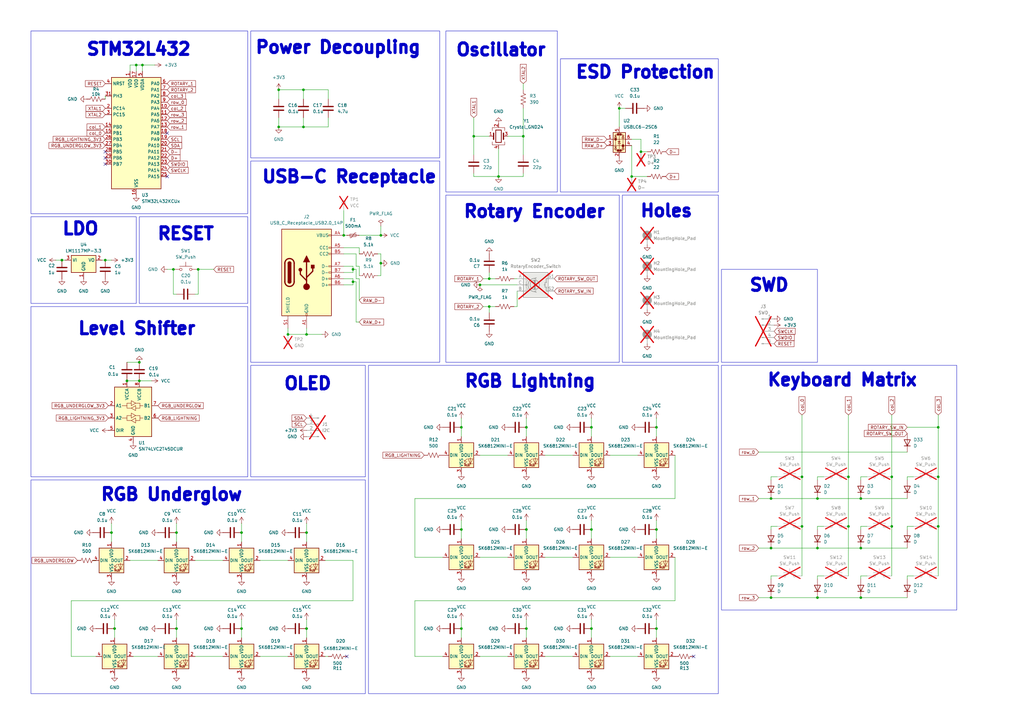
<source format=kicad_sch>
(kicad_sch (version 20231120) (generator "eeschema") (generator_version "8.0")
  (paper "A3")
  (junction (at 215.9 175.26))
  (junction (at 140.97 96.52))
  (junction (at 353.06 245.11))
  (junction (at 125.73 218.44))
  (junction (at 262.89 62.23))
  (junction (at 254 44.45))
  (junction (at 316.23 224.79))
  (junction (at 353.06 204.47))
  (junction (at 259.08 72.39))
  (junction (at 242.57 257.81))
  (junction (at 118.11 137.16))
  (junction (at 335.28 245.11))
  (junction (at 57.15 148.59))
  (junction (at 72.39 257.81))
  (junction (at 43.18 106.68))
  (junction (at 384.81 175.26))
  (junction (at 328.93 215.9))
  (junction (at 25.4 106.68))
  (junction (at 316.23 245.11))
  (junction (at 144.78 110.49))
  (junction (at 144.78 115.57))
  (junction (at 200.66 114.3))
  (junction (at 81.28 110.49))
  (junction (at 125.73 137.16))
  (junction (at 214.63 55.88))
  (junction (at 156.21 107.95))
  (junction (at 196.85 116.84))
  (junction (at 58.42 26.67))
  (junction (at 99.06 218.44))
  (junction (at 204.47 72.39))
  (junction (at 328.93 195.58))
  (junction (at 57.15 156.21))
  (junction (at 200.66 125.73))
  (junction (at 189.23 175.26))
  (junction (at 99.06 257.81))
  (junction (at 71.12 110.49))
  (junction (at 269.24 217.17))
  (junction (at 269.24 175.26))
  (junction (at 269.24 257.81))
  (junction (at 365.76 195.58))
  (junction (at 316.23 204.47))
  (junction (at 194.31 55.88))
  (junction (at 365.76 215.9))
  (junction (at 347.98 215.9))
  (junction (at 242.57 175.26))
  (junction (at 45.72 218.44))
  (junction (at 52.07 156.21))
  (junction (at 384.81 195.58))
  (junction (at 335.28 224.79))
  (junction (at 189.23 257.81))
  (junction (at 189.23 217.17))
  (junction (at 156.21 96.52))
  (junction (at 124.46 36.83))
  (junction (at 353.06 224.79))
  (junction (at 347.98 195.58))
  (junction (at 215.9 257.81))
  (junction (at 46.99 257.81))
  (junction (at 242.57 217.17))
  (junction (at 72.39 218.44))
  (junction (at 335.28 204.47))
  (junction (at 125.73 257.81))
  (junction (at 124.46 52.07))
  (junction (at 55.88 26.67))
  (junction (at 215.9 217.17))
  (junction (at 114.3 36.83))
  (junction (at 114.3 52.07))
  (junction (at 384.81 215.9))
  (no_connect (at 43.18 67.31))
  (no_connect (at 68.58 72.39))
  (no_connect (at 142.24 269.24))
  (no_connect (at 68.58 54.61))
  (no_connect (at 43.18 62.23))
  (no_connect (at 284.48 269.24))
  (no_connect (at 43.18 64.77))
  (wire (pts (xy 242.57 213.36) (xy 242.57 217.17)))
  (wire (pts (xy 316.23 224.79) (xy 335.28 224.79)))
  (wire (pts (xy 212.09 125.73) (xy 210.82 125.73)))
  (wire (pts (xy 43.18 106.68) (xy 45.72 106.68)))
  (wire (pts (xy 189.23 175.26) (xy 189.23 179.07)))
  (wire (pts (xy 204.47 60.96) (xy 204.47 72.39)))
  (wire (pts (xy 318.77 215.9) (xy 316.23 215.9)))
  (wire (pts (xy 53.34 229.87) (xy 64.77 229.87)))
  (wire (pts (xy 250.19 186.69) (xy 261.62 186.69)))
  (wire (pts (xy 353.06 204.47) (xy 372.11 204.47)))
  (wire (pts (xy 146.05 115.57) (xy 144.78 115.57)))
  (wire (pts (xy 208.28 55.88) (xy 214.63 55.88)))
  (wire (pts (xy 125.73 137.16) (xy 132.08 137.16)))
  (wire (pts (xy 198.12 125.73) (xy 200.66 125.73)))
  (wire (pts (xy 353.06 195.58) (xy 353.06 196.85)))
  (wire (pts (xy 72.39 214.63) (xy 72.39 218.44)))
  (wire (pts (xy 337.82 215.9) (xy 335.28 215.9)))
  (wire (pts (xy 254 44.45) (xy 254 52.07)))
  (wire (pts (xy 99.06 257.81) (xy 99.06 261.62)))
  (wire (pts (xy 46.99 254) (xy 46.99 257.81)))
  (wire (pts (xy 106.68 269.24) (xy 118.11 269.24)))
  (wire (pts (xy 140.97 116.84) (xy 144.78 116.84)))
  (wire (pts (xy 134.62 48.26) (xy 134.62 52.07)))
  (wire (pts (xy 63.5 26.67) (xy 58.42 26.67)))
  (wire (pts (xy 242.57 171.45) (xy 242.57 175.26)))
  (wire (pts (xy 144.78 109.22) (xy 144.78 110.49)))
  (wire (pts (xy 144.78 229.87) (xy 144.78 246.38)))
  (wire (pts (xy 311.15 185.42) (xy 372.11 185.42)))
  (wire (pts (xy 154.94 104.14) (xy 156.21 104.14)))
  (wire (pts (xy 189.23 213.36) (xy 189.23 217.17)))
  (wire (pts (xy 365.76 170.18) (xy 365.76 195.58)))
  (wire (pts (xy 353.06 215.9) (xy 353.06 217.17)))
  (wire (pts (xy 328.93 215.9) (xy 328.93 236.22)))
  (wire (pts (xy 170.18 204.47) (xy 170.18 228.6)))
  (wire (pts (xy 170.18 269.24) (xy 181.61 269.24)))
  (wire (pts (xy 124.46 36.83) (xy 124.46 40.64)))
  (wire (pts (xy 384.81 170.18) (xy 384.81 175.26)))
  (wire (pts (xy 58.42 26.67) (xy 55.88 26.67)))
  (wire (pts (xy 335.28 215.9) (xy 335.28 217.17)))
  (wire (pts (xy 114.3 48.26) (xy 114.3 52.07)))
  (wire (pts (xy 189.23 254) (xy 189.23 257.81)))
  (wire (pts (xy 144.78 116.84) (xy 144.78 115.57)))
  (wire (pts (xy 154.94 113.03) (xy 156.21 113.03)))
  (wire (pts (xy 328.93 170.18) (xy 328.93 195.58)))
  (wire (pts (xy 200.66 114.3) (xy 203.2 114.3)))
  (wire (pts (xy 242.57 217.17) (xy 242.57 220.98)))
  (wire (pts (xy 384.81 195.58) (xy 384.81 215.9)))
  (wire (pts (xy 250.19 228.6) (xy 261.62 228.6)))
  (wire (pts (xy 46.99 257.81) (xy 46.99 261.62)))
  (wire (pts (xy 57.15 156.21) (xy 62.23 156.21)))
  (wire (pts (xy 45.72 214.63) (xy 45.72 218.44)))
  (wire (pts (xy 212.09 119.38) (xy 212.09 125.73)))
  (wire (pts (xy 72.39 254) (xy 72.39 257.81)))
  (wire (pts (xy 194.31 48.26) (xy 194.31 55.88)))
  (wire (pts (xy 194.31 55.88) (xy 194.31 63.5)))
  (wire (pts (xy 156.21 104.14) (xy 156.21 107.95)))
  (wire (pts (xy 214.63 72.39) (xy 204.47 72.39)))
  (wire (pts (xy 215.9 257.81) (xy 215.9 261.62)))
  (wire (pts (xy 189.23 217.17) (xy 189.23 220.98)))
  (wire (pts (xy 144.78 246.38) (xy 29.21 246.38)))
  (wire (pts (xy 328.93 195.58) (xy 328.93 215.9)))
  (wire (pts (xy 72.39 218.44) (xy 72.39 222.25)))
  (wire (pts (xy 55.88 26.67) (xy 55.88 29.21)))
  (wire (pts (xy 372.11 175.26) (xy 384.81 175.26)))
  (wire (pts (xy 200.66 125.73) (xy 200.66 128.27)))
  (wire (pts (xy 254 44.45) (xy 256.54 44.45)))
  (wire (pts (xy 140.97 104.14) (xy 146.05 104.14)))
  (wire (pts (xy 99.06 254) (xy 99.06 257.81)))
  (wire (pts (xy 269.24 171.45) (xy 269.24 175.26)))
  (wire (pts (xy 316.23 236.22) (xy 316.23 237.49)))
  (wire (pts (xy 125.73 257.81) (xy 125.73 261.62)))
  (wire (pts (xy 214.63 71.12) (xy 214.63 72.39)))
  (wire (pts (xy 53.34 26.67) (xy 53.34 29.21)))
  (wire (pts (xy 316.23 204.47) (xy 335.28 204.47)))
  (wire (pts (xy 124.46 36.83) (xy 134.62 36.83)))
  (wire (pts (xy 214.63 55.88) (xy 214.63 63.5)))
  (wire (pts (xy 215.9 254) (xy 215.9 257.81)))
  (wire (pts (xy 318.77 236.22) (xy 316.23 236.22)))
  (wire (pts (xy 25.4 106.68) (xy 26.67 106.68)))
  (wire (pts (xy 347.98 195.58) (xy 347.98 215.9)))
  (wire (pts (xy 200.66 125.73) (xy 203.2 125.73)))
  (wire (pts (xy 353.06 236.22) (xy 353.06 237.49)))
  (wire (pts (xy 156.21 92.71) (xy 156.21 96.52)))
  (wire (pts (xy 71.12 120.65) (xy 71.12 110.49)))
  (wire (pts (xy 269.24 175.26) (xy 269.24 179.07)))
  (wire (pts (xy 81.28 120.65) (xy 81.28 110.49)))
  (wire (pts (xy 147.32 109.22) (xy 146.05 109.22)))
  (wire (pts (xy 146.05 109.22) (xy 146.05 104.14)))
  (wire (pts (xy 374.65 215.9) (xy 372.11 215.9)))
  (wire (pts (xy 144.78 115.57) (xy 144.78 114.3)))
  (wire (pts (xy 144.78 110.49) (xy 146.05 110.49)))
  (wire (pts (xy 39.37 229.87) (xy 38.1 229.87)))
  (wire (pts (xy 124.46 52.07) (xy 114.3 52.07)))
  (wire (pts (xy 337.82 236.22) (xy 335.28 236.22)))
  (wire (pts (xy 196.85 186.69) (xy 208.28 186.69)))
  (wire (pts (xy 52.07 156.21) (xy 57.15 156.21)))
  (wire (pts (xy 124.46 48.26) (xy 124.46 52.07)))
  (wire (pts (xy 276.86 228.6) (xy 276.86 246.38)))
  (wire (pts (xy 140.97 109.22) (xy 144.78 109.22)))
  (wire (pts (xy 365.76 215.9) (xy 365.76 236.22)))
  (wire (pts (xy 259.08 59.69) (xy 259.08 72.39)))
  (wire (pts (xy 22.86 106.68) (xy 25.4 106.68)))
  (wire (pts (xy 318.77 195.58) (xy 316.23 195.58)))
  (wire (pts (xy 269.24 213.36) (xy 269.24 217.17)))
  (wire (pts (xy 194.31 72.39) (xy 204.47 72.39)))
  (wire (pts (xy 196.85 269.24) (xy 208.28 269.24)))
  (wire (pts (xy 355.6 215.9) (xy 353.06 215.9)))
  (wire (pts (xy 125.73 254) (xy 125.73 257.81)))
  (wire (pts (xy 43.18 40.64) (xy 43.18 39.37)))
  (wire (pts (xy 140.97 111.76) (xy 144.78 111.76)))
  (wire (pts (xy 311.15 245.11) (xy 316.23 245.11)))
  (wire (pts (xy 68.58 110.49) (xy 71.12 110.49)))
  (wire (pts (xy 250.19 269.24) (xy 261.62 269.24)))
  (wire (pts (xy 372.11 195.58) (xy 372.11 196.85)))
  (wire (pts (xy 170.18 228.6) (xy 181.61 228.6)))
  (wire (pts (xy 316.23 245.11) (xy 335.28 245.11)))
  (wire (pts (xy 372.11 215.9) (xy 372.11 217.17)))
  (wire (pts (xy 147.32 113.03) (xy 147.32 109.22)))
  (wire (pts (xy 259.08 72.39) (xy 265.43 72.39)))
  (wire (pts (xy 215.9 171.45) (xy 215.9 175.26)))
  (wire (pts (xy 347.98 215.9) (xy 347.98 236.22)))
  (wire (pts (xy 156.21 113.03) (xy 156.21 107.95)))
  (wire (pts (xy 316.23 195.58) (xy 316.23 196.85)))
  (wire (pts (xy 337.82 195.58) (xy 335.28 195.58)))
  (wire (pts (xy 29.21 246.38) (xy 29.21 269.24)))
  (wire (pts (xy 223.52 269.24) (xy 234.95 269.24)))
  (wire (pts (xy 54.61 269.24) (xy 64.77 269.24)))
  (wire (pts (xy 242.57 257.81) (xy 242.57 261.62)))
  (wire (pts (xy 374.65 236.22) (xy 372.11 236.22)))
  (wire (pts (xy 353.06 224.79) (xy 372.11 224.79)))
  (wire (pts (xy 276.86 186.69) (xy 276.86 204.47)))
  (wire (pts (xy 262.89 62.23) (xy 265.43 62.23)))
  (wire (pts (xy 215.9 175.26) (xy 215.9 179.07)))
  (wire (pts (xy 242.57 254) (xy 242.57 257.81)))
  (wire (pts (xy 214.63 34.29) (xy 214.63 36.83)))
  (wire (pts (xy 335.28 245.11) (xy 353.06 245.11)))
  (wire (pts (xy 55.88 26.67) (xy 53.34 26.67)))
  (wire (pts (xy 146.05 110.49) (xy 146.05 114.3)))
  (wire (pts (xy 147.32 101.6) (xy 140.97 101.6)))
  (wire (pts (xy 198.12 114.3) (xy 200.66 114.3)))
  (wire (pts (xy 223.52 186.69) (xy 234.95 186.69)))
  (wire (pts (xy 335.28 195.58) (xy 335.28 196.85)))
  (wire (pts (xy 106.68 229.87) (xy 118.11 229.87)))
  (wire (pts (xy 52.07 148.59) (xy 57.15 148.59)))
  (wire (pts (xy 80.01 269.24) (xy 91.44 269.24)))
  (wire (pts (xy 276.86 246.38) (xy 170.18 246.38)))
  (wire (pts (xy 140.97 86.36) (xy 140.97 96.52)))
  (wire (pts (xy 384.81 215.9) (xy 384.81 236.22)))
  (wire (pts (xy 194.31 55.88) (xy 200.66 55.88)))
  (wire (pts (xy 170.18 246.38) (xy 170.18 269.24)))
  (wire (pts (xy 118.11 137.16) (xy 125.73 137.16)))
  (wire (pts (xy 134.62 269.24) (xy 133.35 269.24)))
  (wire (pts (xy 134.62 52.07) (xy 124.46 52.07)))
  (wire (pts (xy 210.82 114.3) (xy 212.09 114.3)))
  (wire (pts (xy 125.73 214.63) (xy 125.73 218.44)))
  (wire (pts (xy 223.52 228.6) (xy 234.95 228.6)))
  (wire (pts (xy 99.06 218.44) (xy 99.06 222.25)))
  (wire (pts (xy 114.3 36.83) (xy 124.46 36.83)))
  (wire (pts (xy 365.76 195.58) (xy 365.76 215.9)))
  (wire (pts (xy 355.6 236.22) (xy 353.06 236.22)))
  (wire (pts (xy 242.57 175.26) (xy 242.57 179.07)))
  (wire (pts (xy 335.28 204.47) (xy 353.06 204.47)))
  (wire (pts (xy 269.24 217.17) (xy 269.24 220.98)))
  (wire (pts (xy 114.3 36.83) (xy 114.3 40.64)))
  (wire (pts (xy 335.28 236.22) (xy 335.28 237.49)))
  (wire (pts (xy 347.98 170.18) (xy 347.98 195.58)))
  (wire (pts (xy 189.23 171.45) (xy 189.23 175.26)))
  (wire (pts (xy 189.23 257.81) (xy 189.23 261.62)))
  (wire (pts (xy 146.05 115.57) (xy 146.05 132.08)))
  (wire (pts (xy 41.91 106.68) (xy 43.18 106.68)))
  (wire (pts (xy 147.32 114.3) (xy 147.32 123.19)))
  (wire (pts (xy 81.28 110.49) (xy 87.63 110.49)))
  (wire (pts (xy 194.31 71.12) (xy 194.31 72.39)))
  (wire (pts (xy 311.15 224.79) (xy 316.23 224.79)))
  (wire (pts (xy 259.08 57.15) (xy 262.89 57.15)))
  (wire (pts (xy 134.62 36.83) (xy 134.62 40.64)))
  (wire (pts (xy 215.9 213.36) (xy 215.9 217.17)))
  (wire (pts (xy 196.85 228.6) (xy 208.28 228.6)))
  (wire (pts (xy 80.01 229.87) (xy 91.44 229.87)))
  (wire (pts (xy 269.24 254) (xy 269.24 257.81)))
  (wire (pts (xy 200.66 111.76) (xy 200.66 114.3)))
  (wire (pts (xy 355.6 195.58) (xy 353.06 195.58)))
  (wire (pts (xy 372.11 236.22) (xy 372.11 237.49)))
  (wire (pts (xy 125.73 134.62) (xy 125.73 137.16)))
  (wire (pts (xy 262.89 57.15) (xy 262.89 62.23)))
  (wire (pts (xy 125.73 218.44) (xy 125.73 222.25)))
  (wire (pts (xy 146.05 132.08) (xy 147.32 132.08)))
  (wire (pts (xy 147.32 104.14) (xy 147.32 101.6)))
  (wire (pts (xy 133.35 229.87) (xy 144.78 229.87)))
  (wire (pts (xy 99.06 214.63) (xy 99.06 218.44)))
  (wire (pts (xy 276.86 204.47) (xy 170.18 204.47)))
  (wire (pts (xy 29.21 269.24) (xy 39.37 269.24)))
  (wire (pts (xy 146.05 114.3) (xy 147.32 114.3)))
  (wire (pts (xy 311.15 204.47) (xy 316.23 204.47)))
  (wire (pts (xy 269.24 257.81) (xy 269.24 261.62)))
  (wire (pts (xy 140.97 96.52) (xy 142.24 96.52)))
  (wire (pts (xy 316.23 215.9) (xy 316.23 217.17)))
  (wire (pts (xy 374.65 195.58) (xy 372.11 195.58)))
  (wire (pts (xy 353.06 245.11) (xy 372.11 245.11)))
  (wire (pts (xy 196.85 116.84) (xy 212.09 116.84)))
  (wire (pts (xy 214.63 44.45) (xy 214.63 55.88)))
  (wire (pts (xy 80.01 120.65) (xy 81.28 120.65)))
  (wire (pts (xy 58.42 26.67) (xy 58.42 29.21)))
  (wire (pts (xy 335.28 224.79) (xy 353.06 224.79)))
  (wire (pts (xy 144.78 110.49) (xy 144.78 111.76)))
  (wire (pts (xy 118.11 134.62) (xy 118.11 137.16)))
  (wire (pts (xy 72.39 120.65) (xy 71.12 120.65)))
  (wire (pts (xy 147.32 96.52) (xy 156.21 96.52)))
  (wire (pts (xy 215.9 217.17) (xy 215.9 220.98)))
  (wire (pts (xy 384.81 175.26) (xy 384.81 195.58)))
  (wire (pts (xy 72.39 257.81) (xy 72.39 261.62)))
  (wire (pts (xy 140.97 114.3) (xy 144.78 114.3)))
  (wire (pts (xy 45.72 218.44) (xy 45.72 222.25)))
  (rectangle (start 12.7 12.7) (end 101.6 87.63))
  (rectangle (start 102.87 149.86) (end 149.86 195.58))
  (rectangle (start 229.87 24.13) (end 294.64 78.74))
  (rectangle (start 182.88 80.01) (end 254 148.59))
  (rectangle (start 12.7 196.85) (end 149.86 284.48))
  (rectangle (start 102.87 66.04) (end 180.34 148.59))
  (rectangle (start 182.88 12.7) (end 228.6 78.74))
  (rectangle (start 57.15 88.9) (end 101.6 124.46))
  (rectangle (start 295.91 149.86) (end 392.43 250.19))
  (rectangle (start 151.13 149.86) (end 294.64 284.48))
  (rectangle (start 102.87 12.7) (end 180.34 64.77))
  (rectangle (start 12.7 125.73) (end 101.6 195.58))
  (rectangle (start 255.27 80.01) (end 294.64 148.59))
  (rectangle (start 12.7 88.9) (end 55.88 124.46))
  (rectangle (start 295.91 110.49) (end 335.28 148.59))
  (text "STM32L432" (at 56.896 20.32 0) (effects (font (size 5 5) (thickness 2) (bold yes))))
  (text "LDO" (at 33.02 93.98 0) (effects (font (size 5 5) (thickness 2) (bold yes))))
  (text "USB-C Receptacle" (at 143.256 72.644 0) (effects (font (size 5 5) (thickness 2) (bold yes))))
  (text "ESD Protection" (at 264.668 29.718 0) (effects (font (size 5 5) (thickness 2) (bold yes))))
  (text "Holes" (at 273.304 86.614 0) (effects (font (size 5 5) (thickness 2) (bold yes))))
  (text "SWD" (at 315.468 117.094 0) (effects (font (size 5 5) (thickness 2) (bold yes))))
  (text "Level Shifter" (at 56.134 134.874 0) (effects (font (size 5 5) (thickness 2) (bold yes))))
  (text "Power Decoupling" (at 138.684 19.558 0) (effects (font (size 5 5) (thickness 2) (bold yes))))
  (text "Oscillator" (at 205.486 20.574 0) (effects (font (size 5 5) (thickness 2) (bold yes))))
  (text "RGB Underglow" (at 70.358 202.946 0) (effects (font (size 5 5) (thickness 2) (bold yes))))
  (text "Keyboard Matrix" (at 345.44 155.956 0) (effects (font (size 5 5) (thickness 2) (bold yes))))
  (text "RESET" (at 76.2 96.012 0) (effects (font (size 5 5) (thickness 2) (bold yes))))
  (text "RGB Lightning" (at 217.424 156.464 0) (effects (font (size 5 5) (thickness 2) (bold yes))))
  (text "OLED\n" (at 126.238 157.48 0) (effects (font (size 5 5) (thickness 2) (bold yes))))
  (text "Rotary Encoder" (at 219.202 86.868 0) (effects (font (size 5 5) (thickness 2) (bold yes))))
  (global_label "col_0" (shape input) (at 43.18 54.61 180) (property "Intersheetrefs" "${INTERSHEET_REFS}" (effects (hide yes))))
  (global_label "SWCLK" (shape input) (at 317.5 135.89 0) (property "Intersheetrefs" "${INTERSHEET_REFS}" (effects (hide yes))))
  (global_label "D+" (shape input) (at 68.58 64.77 0) (property "Intersheetrefs" "${INTERSHEET_REFS}" (effects (hide yes))))
  (global_label "SWDIO" (shape input) (at 317.5 138.43 0) (property "Intersheetrefs" "${INTERSHEET_REFS}" (effects (hide yes))))
  (global_label "col_2" (shape input) (at 68.58 44.45 0) (property "Intersheetrefs" "${INTERSHEET_REFS}" (effects (hide yes))))
  (global_label "ROTARY_SW_IN" (shape input) (at 227.33 119.38 0) (property "Intersheetrefs" "${INTERSHEET_REFS}" (effects (hide yes))))
  (global_label "row_1" (shape input) (at 311.15 204.47 180) (property "Intersheetrefs" "${INTERSHEET_REFS}" (effects (hide yes))))
  (global_label "RESET" (shape input) (at 87.63 110.49 0) (property "Intersheetrefs" "${INTERSHEET_REFS}" (effects (hide yes))))
  (global_label "row_3" (shape input) (at 311.15 245.11 180) (property "Intersheetrefs" "${INTERSHEET_REFS}" (effects (hide yes))))
  (global_label "row_0" (shape input) (at 311.15 185.42 180) (property "Intersheetrefs" "${INTERSHEET_REFS}" (effects (hide yes))))
  (global_label "RESET" (shape input) (at 43.18 34.29 180) (property "Intersheetrefs" "${INTERSHEET_REFS}" (effects (hide yes))))
  (global_label "RGB_LIGHTNING_3V3" (shape input) (at 44.45 171.45 180) (property "Intersheetrefs" "${INTERSHEET_REFS}" (effects (hide yes))))
  (global_label "RGB_LIGHTNING_3V3" (shape input) (at 43.18 57.15 180) (property "Intersheetrefs" "${INTERSHEET_REFS}" (effects (hide yes))))
  (global_label "ROTARY_2" (shape input) (at 68.58 36.83 0) (property "Intersheetrefs" "${INTERSHEET_REFS}" (effects (hide yes))))
  (global_label "XTAL2" (shape input) (at 214.63 34.29 90) (property "Intersheetrefs" "${INTERSHEET_REFS}" (effects (hide yes))))
  (global_label "ROTARY_2" (shape input) (at 198.12 125.73 180) (property "Intersheetrefs" "${INTERSHEET_REFS}" (effects (hide yes))))
  (global_label "D-" (shape input) (at 273.05 62.23 0) (property "Intersheetrefs" "${INTERSHEET_REFS}" (effects (hide yes))))
  (global_label "D-" (shape input) (at 68.58 62.23 0) (property "Intersheetrefs" "${INTERSHEET_REFS}" (effects (hide yes))))
  (global_label "ROTARY_SW_OUT" (shape input) (at 372.11 177.8 180) (property "Intersheetrefs" "${INTERSHEET_REFS}" (effects (hide yes))))
  (global_label "RAW_D-" (shape input) (at 147.32 123.19 0) (property "Intersheetrefs" "${INTERSHEET_REFS}" (effects (hide yes))))
  (global_label "row_0" (shape input) (at 68.58 41.91 0) (property "Intersheetrefs" "${INTERSHEET_REFS}" (effects (hide yes))))
  (global_label "col_3" (shape input) (at 68.58 39.37 0) (property "Intersheetrefs" "${INTERSHEET_REFS}" (effects (hide yes))))
  (global_label "XTAL1" (shape input) (at 43.18 44.45 180) (property "Intersheetrefs" "${INTERSHEET_REFS}" (effects (hide yes))))
  (global_label "SDA" (shape input) (at 68.58 59.69 0) (property "Intersheetrefs" "${INTERSHEET_REFS}" (effects (hide yes))))
  (global_label "RGB_UNDERGLOW_3V3" (shape input) (at 43.18 59.69 180) (property "Intersheetrefs" "${INTERSHEET_REFS}" (effects (hide yes))))
  (global_label "RGB_LIGHTNING" (shape input) (at 173.99 186.69 180) (property "Intersheetrefs" "${INTERSHEET_REFS}" (effects (hide yes))))
  (global_label "row_1" (shape input) (at 68.58 52.07 0) (property "Intersheetrefs" "${INTERSHEET_REFS}" (effects (hide yes))))
  (global_label "ROTARY_1" (shape input) (at 198.12 114.3 180) (property "Intersheetrefs" "${INTERSHEET_REFS}" (effects (hide yes))))
  (global_label "row_3" (shape input) (at 68.58 46.99 0) (property "Intersheetrefs" "${INTERSHEET_REFS}" (effects (hide yes))))
  (global_label "col_1" (shape input) (at 43.18 52.07 180) (property "Intersheetrefs" "${INTERSHEET_REFS}" (effects (hide yes))))
  (global_label "row_2" (shape input) (at 311.15 224.79 180) (property "Intersheetrefs" "${INTERSHEET_REFS}" (effects (hide yes))))
  (global_label "RGB_UNDERGLOW" (shape input) (at 31.75 229.87 180) (property "Intersheetrefs" "${INTERSHEET_REFS}" (effects (hide yes))))
  (global_label "SWDIO" (shape input) (at 68.58 67.31 0) (property "Intersheetrefs" "${INTERSHEET_REFS}" (effects (hide yes))))
  (global_label "RGB_UNDERGLOW" (shape input) (at 64.77 166.37 0) (property "Intersheetrefs" "${INTERSHEET_REFS}" (effects (hide yes))))
  (global_label "RESET" (shape input) (at 317.5 140.97 0) (property "Intersheetrefs" "${INTERSHEET_REFS}" (effects (hide yes))))
  (global_label "ROTARY_SW_IN" (shape input) (at 372.11 175.26 180) (property "Intersheetrefs" "${INTERSHEET_REFS}" (effects (hide yes))))
  (global_label "SWCLK" (shape input) (at 68.58 69.85 0) (property "Intersheetrefs" "${INTERSHEET_REFS}" (effects (hide yes))))
  (global_label "RAW_D+" (shape input) (at 147.32 132.08 0) (property "Intersheetrefs" "${INTERSHEET_REFS}" (effects (hide yes))))
  (global_label "XTAL2" (shape input) (at 43.18 46.99 180) (property "Intersheetrefs" "${INTERSHEET_REFS}" (effects (hide yes))))
  (global_label "SCL" (shape input) (at 125.73 173.99 180) (property "Intersheetrefs" "${INTERSHEET_REFS}" (effects (hide yes))))
  (global_label "col_1" (shape input) (at 347.98 170.18 90) (property "Intersheetrefs" "${INTERSHEET_REFS}" (effects (hide yes))))
  (global_label "col_3" (shape input) (at 384.81 170.18 90) (property "Intersheetrefs" "${INTERSHEET_REFS}" (effects (hide yes))))
  (global_label "SCL" (shape input) (at 68.58 57.15 0) (property "Intersheetrefs" "${INTERSHEET_REFS}" (effects (hide yes))))
  (global_label "RGB_UNDERGLOW_3V3" (shape input) (at 44.45 166.37 180) (property "Intersheetrefs" "${INTERSHEET_REFS}" (effects (hide yes))))
  (global_label "col_2" (shape input) (at 365.76 170.18 90) (property "Intersheetrefs" "${INTERSHEET_REFS}" (effects (hide yes))))
  (global_label "SDA" (shape input) (at 125.73 171.45 180) (property "Intersheetrefs" "${INTERSHEET_REFS}" (effects (hide yes))))
  (global_label "RGB_LIGHTNING" (shape input) (at 64.77 171.45 0) (property "Intersheetrefs" "${INTERSHEET_REFS}" (effects (hide yes))))
  (global_label "RAW_D+" (shape input) (at 248.92 59.69 180) (property "Intersheetrefs" "${INTERSHEET_REFS}" (effects (hide yes))))
  (global_label "RAW_D-" (shape input) (at 248.92 57.15 180) (property "Intersheetrefs" "${INTERSHEET_REFS}" (effects (hide yes))))
  (global_label "D+" (shape input) (at 273.05 72.39 0) (property "Intersheetrefs" "${INTERSHEET_REFS}" (effects (hide yes))))
  (global_label "row_2" (shape input) (at 68.58 49.53 0) (property "Intersheetrefs" "${INTERSHEET_REFS}" (effects (hide yes))))
  (global_label "XTAL1" (shape input) (at 194.31 48.26 90) (property "Intersheetrefs" "${INTERSHEET_REFS}" (effects (hide yes))))
  (global_label "col_0" (shape input) (at 328.93 170.18 90) (property "Intersheetrefs" "${INTERSHEET_REFS}" (effects (hide yes))))
  (global_label "ROTARY_1" (shape input) (at 68.58 34.29 0) (property "Intersheetrefs" "${INTERSHEET_REFS}" (effects (hide yes))))
  (global_label "ROTARY_SW_OUT" (shape input) (at 227.33 114.3 0) (property "Intersheetrefs" "${INTERSHEET_REFS}" (effects (hide yes))))
  (symbol (lib_id "Sharkropad-symbols:SK6812MINI-E") (at 125.73 229.87 0) (unit 1)
    (property "Reference" "D16" (at 139.7 223.5514 0))
    (property "Value" "SK6812MINI-E" (at 139.7 226.0914 0))
    (property "Footprint" "RGB-LED:SK6812-MINI-E" (effects (hide yes)))
    (property "Datasheet" "https://cdn-shop.adafruit.com/product-files/2686/SK6812MINI_REV.01-1-2.pdf" (effects (hide yes)))
    (property "Description" "RGB LED with integrated controller" (effects (hide yes)))
    (property "MPN" "SK6812MINI-E" (effects (hide yes)))
  )
  (symbol (lib_id "power:GND") (at 254 64.77 0) (unit 1)
    (property "Reference" "#PWR02" (effects (hide yes)))
    (property "Value" "GND" (at 254 69.85 0))
    (property "Description" "Power symbol creates a global label with name \"GND\" , ground" (effects (hide yes)))
  )
  (symbol (lib_id "Device:C") (at 212.09 175.26 90) (unit 1)
    (property "Reference" "C22" (at 212.09 167.64 90))
    (property "Value" "0.1u" (at 212.09 170.18 90))
    (property "Footprint" "Capacitor_SMD:C_0603_1608Metric" (effects (hide yes)))
    (property "Description" "Unpolarized capacitor" (effects (hide yes)))
    (property "MPN" " GCM188R71C104KA37J " (effects (hide yes)))
  )
  (symbol (lib_id "Device:R_US") (at 138.43 269.24 90) (unit 1)
    (property "Reference" "R11" (at 138.43 274.066 90))
    (property "Value" "500" (at 138.43 272.034 90))
    (property "Footprint" "Resistor_SMD:R_0603_1608Metric" (effects (hide yes)))
    (property "Description" "Resistor, US symbol" (effects (hide yes)))
    (property "MPN" "CRCW0603499RFKEA" (effects (hide yes)))
  )
  (symbol (lib_id "power:GND") (at 215.9 194.31 0) (unit 1)
    (property "Reference" "#PWR061" (effects (hide yes)))
    (property "Value" "GND" (at 215.9 199.39 0))
    (property "Description" "Power symbol creates a global label with name \"GND\" , ground" (effects (hide yes)))
  )
  (symbol (lib_id "power:GND") (at 200.66 135.89 0) (unit 1)
    (property "Reference" "#PWR017" (effects (hide yes)))
    (property "Value" "GND" (at 200.66 140.97 0))
    (property "Description" "Power symbol creates a global label with name \"GND\" , ground" (effects (hide yes)))
  )
  (symbol (lib_id "Device:C") (at 43.18 257.81 90) (unit 1)
    (property "Reference" "C12" (at 43.18 250.19 90))
    (property "Value" "0.1u" (at 43.18 252.73 90))
    (property "Footprint" "Capacitor_SMD:C_0603_1608Metric" (effects (hide yes)))
    (property "Description" "Unpolarized capacitor" (effects (hide yes)))
    (property "MPN" " GCM188R71C104KA37J " (effects (hide yes)))
  )
  (symbol (lib_id "Switch:SW_Push") (at 323.85 236.22 0) (unit 1) (dnp yes)
    (property "Reference" "SW11" (at 323.85 228.6 0))
    (property "Value" "SW_Push" (at 323.85 231.14 0))
    (property "Footprint" "Switches:SW_Hotswap_Kailh_MX_1.00u" (effects (hide yes)))
    (property "Description" "Push button switch, generic, two pins" (effects (hide yes)))
  )
  (symbol (lib_id "power:VCC") (at 269.24 254 0) (unit 1)
    (property "Reference" "#PWR090" (effects (hide yes)))
    (property "Value" "VCC" (at 269.24 248.92 0))
    (property "Description" "Power symbol creates a global label with name \"VCC\"" (effects (hide yes)))
  )
  (symbol (lib_id "Device:C") (at 95.25 257.81 90) (unit 1)
    (property "Reference" "C14" (at 95.25 250.19 90))
    (property "Value" "0.1u" (at 95.25 252.73 90))
    (property "Footprint" "Capacitor_SMD:C_0603_1608Metric" (effects (hide yes)))
    (property "Description" "Unpolarized capacitor" (effects (hide yes)))
    (property "MPN" " GCM188R71C104KA37J " (effects (hide yes)))
  )
  (symbol (lib_id "power:GND") (at 181.61 257.81 270) (unit 1)
    (property "Reference" "#PWR080" (effects (hide yes)))
    (property "Value" "GND" (at 177.8 257.8099 90) (effects (justify right)))
    (property "Description" "Power symbol creates a global label with name \"GND\" , ground" (effects (hide yes)))
  )
  (symbol (lib_id "Device:R_US") (at 35.56 229.87 90) (unit 1)
    (property "Reference" "R10" (at 35.56 223.52 90))
    (property "Value" "500" (at 35.56 226.06 90))
    (property "Footprint" "Resistor_SMD:R_0603_1608Metric" (effects (hide yes)))
    (property "Description" "Resistor, US symbol" (effects (hide yes)))
    (property "MPN" "CRCW0603499RFKEA" (effects (hide yes)))
  )
  (symbol (lib_id "Device:C") (at 114.3 44.45 0) (unit 1)
    (property "Reference" "C16" (at 118.11 43.1799 0) (effects (justify left)))
    (property "Value" "0.1u" (at 118.11 45.7199 0) (effects (justify left)))
    (property "Footprint" "Capacitor_SMD:C_0603_1608Metric" (effects (hide yes)))
    (property "Description" "Unpolarized capacitor" (effects (hide yes)))
    (property "MPN" " GCM188R71C104KA37J " (effects (hide yes)))
  )
  (symbol (lib_id "power:GND") (at 55.88 80.01 0) (unit 1)
    (property "Reference" "#PWR015" (effects (hide yes)))
    (property "Value" "GND" (at 55.88 85.09 0))
    (property "Description" "Power symbol creates a global label with name \"GND\" , ground" (effects (hide yes)))
  )
  (symbol (lib_id "Sharkropad-symbols:SK6812MINI-E") (at 46.99 269.24 0) (unit 1)
    (property "Reference" "D17" (at 60.96 262.9214 0))
    (property "Value" "SK6812MINI-E" (at 60.96 265.4614 0))
    (property "Footprint" "RGB-LED:SK6812-MINI-E" (effects (hide yes)))
    (property "Datasheet" "https://cdn-shop.adafruit.com/product-files/2686/SK6812MINI_REV.01-1-2.pdf" (effects (hide yes)))
    (property "Description" "RGB LED with integrated controller" (effects (hide yes)))
    (property "MPN" "SK6812MINI-E" (effects (hide yes)))
  )
  (symbol (lib_id "power:GND") (at 234.95 217.17 270) (unit 1)
    (property "Reference" "#PWR074" (effects (hide yes)))
    (property "Value" "GND" (at 231.14 217.1699 90) (effects (justify right)))
    (property "Description" "Power symbol creates a global label with name \"GND\" , ground" (effects (hide yes)))
  )
  (symbol (lib_id "Device:D") (at 335.28 241.3 90) (unit 1)
    (property "Reference" "D10" (at 337.82 240.0299 90) (effects (justify right)))
    (property "Value" "D" (at 337.82 242.5699 90) (effects (justify right)))
    (property "Footprint" "Diode_SMD:D_SOD-123F" (effects (hide yes)))
    (property "Description" "Diode" (effects (hide yes)))
    (property "Sim.Device" "D" (effects (hide yes)))
    (property "Sim.Pins" "1=K 2=A" (effects (hide yes)))
    (property "MPN" "BAS16H,115" (effects (hide yes)))
  )
  (symbol (lib_id "Device:RotaryEncoder_Switch") (at 219.71 116.84 0) (unit 1) (dnp yes)
    (property "Reference" "SW2" (at 219.71 106.68 0))
    (property "Value" "RotaryEncoder_Switch" (at 219.71 109.22 0))
    (property "Footprint" "Encoder:RotaryEncoder_Alps_EC11E-Switch_Vertical_H20mm" (effects (hide yes)))
    (property "Description" "Rotary encoder, dual channel, incremental quadrate outputs, with switch" (effects (hide yes)))
  )
  (symbol (lib_id "Mechanical:MountingHole_Pad") (at 265.43 110.49 0) (unit 1) (exclude_from_sim yes) (in_bom no) (dnp yes)
    (property "Reference" "H2" (at 267.97 107.9499 0) (effects (justify left)))
    (property "Value" "MountingHole_Pad" (at 267.97 110.4899 0) (effects (justify left)))
    (property "Footprint" "MountingHole:MountingHole_2.5mm_Pad" (effects (hide yes)))
    (property "Description" "Mounting Hole with connection" (effects (hide yes)))
  )
  (symbol (lib_id "power:GND") (at 25.4 114.3 0) (unit 1)
    (property "Reference" "#PWR06" (effects (hide yes)))
    (property "Value" "GND" (at 25.4 119.38 0))
    (property "Description" "Power symbol creates a global label with name \"GND\" , ground" (effects (hide yes)))
  )
  (symbol (lib_id "Device:C") (at 52.07 152.4 0) (unit 1)
    (property "Reference" "C1" (at 44.704 150.622 0) (effects (justify left)))
    (property "Value" "0.1u" (at 44.196 153.416 0) (effects (justify left)))
    (property "Footprint" "Capacitor_SMD:C_0603_1608Metric" (effects (hide yes)))
    (property "Description" "Unpolarized capacitor" (effects (hide yes)))
    (property "MPN" " GCM188R71C104KA37J " (effects (hide yes)))
  )
  (symbol (lib_id "power:VCC") (at 22.86 106.68 90) (unit 1)
    (property "Reference" "#PWR03" (effects (hide yes)))
    (property "Value" "VCC" (at 19.05 106.6799 90) (effects (justify left)))
    (property "Description" "Power symbol creates a global label with name \"VCC\"" (effects (hide yes)))
  )
  (symbol (lib_id "power:VCC") (at 215.9 254 0) (unit 1)
    (property "Reference" "#PWR084" (effects (hide yes)))
    (property "Value" "VCC" (at 215.9 248.92 0))
    (property "Description" "Power symbol creates a global label with name \"VCC\"" (effects (hide yes)))
  )
  (symbol (lib_id "power:GND") (at 156.21 107.95 90) (unit 1)
    (property "Reference" "#PWR053" (effects (hide yes)))
    (property "Value" "GND" (at 160.02 107.9499 90) (effects (justify right)))
    (property "Description" "Power symbol creates a global label with name \"GND\" , ground" (effects (hide yes)))
  )
  (symbol (lib_id "power:VCC") (at 242.57 213.36 0) (unit 1)
    (property "Reference" "#PWR075" (effects (hide yes)))
    (property "Value" "VCC" (at 242.57 208.28 0))
    (property "Description" "Power symbol creates a global label with name \"VCC\"" (effects (hide yes)))
  )
  (symbol (lib_id "power:PWR_FLAG") (at 156.21 92.71 0) (unit 1)
    (property "Reference" "#FLG01" (effects (hide yes)))
    (property "Value" "PWR_FLAG" (at 156.21 87.63 0))
    (property "Description" "Special symbol for telling ERC where power comes from" (effects (hide yes)))
  )
  (symbol (lib_id "power:GND") (at 242.57 276.86 0) (unit 1)
    (property "Reference" "#PWR088" (effects (hide yes)))
    (property "Value" "GND" (at 242.57 281.94 0))
    (property "Description" "Power symbol creates a global label with name \"GND\" , ground" (effects (hide yes)))
  )
  (symbol (lib_id "Device:D") (at 316.23 220.98 90) (unit 1)
    (property "Reference" "D5" (at 318.77 219.7099 90) (effects (justify right)))
    (property "Value" "D" (at 318.77 222.2499 90) (effects (justify right)))
    (property "Footprint" "Diode_SMD:D_SOD-123F" (effects (hide yes)))
    (property "Description" "Diode" (effects (hide yes)))
    (property "Sim.Device" "D" (effects (hide yes)))
    (property "Sim.Pins" "1=K 2=A" (effects (hide yes)))
    (property "MPN" "BAS16H,115" (effects (hide yes)))
  )
  (symbol (lib_id "power:GND") (at 118.11 218.44 270) (unit 1)
    (property "Reference" "#PWR039" (effects (hide yes)))
    (property "Value" "GND" (at 114.3 218.4399 90) (effects (justify right)))
    (property "Description" "Power symbol creates a global label with name \"GND\" , ground" (effects (hide yes)))
  )
  (symbol (lib_id "power:GND") (at 261.62 175.26 270) (unit 1)
    (property "Reference" "#PWR065" (effects (hide yes)))
    (property "Value" "GND" (at 257.81 175.2599 90) (effects (justify right)))
    (property "Description" "Power symbol creates a global label with name \"GND\" , ground" (effects (hide yes)))
  )
  (symbol (lib_id "Connector:TestPoint") (at 118.11 137.16 180) (unit 1) (dnp yes)
    (property "Reference" "TP2" (at 120.65 139.1919 0) (effects (justify right)))
    (property "Value" "GND" (at 120.65 141.7319 0) (effects (justify right)))
    (property "Footprint" "TestPoint:TestPoint_Pad_D1.0mm" (effects (hide yes)))
    (property "Description" "test point" (effects (hide yes)))
  )
  (symbol (lib_id "power:VCC") (at 215.9 171.45 0) (unit 1)
    (property "Reference" "#PWR060" (effects (hide yes)))
    (property "Value" "VCC" (at 215.9 166.37 0))
    (property "Description" "Power symbol creates a global label with name \"VCC\"" (effects (hide yes)))
  )
  (symbol (lib_id "power:GND") (at 114.3 52.07 0) (unit 1)
    (property "Reference" "#PWR052" (effects (hide yes)))
    (property "Value" "GND" (at 114.3 57.15 0))
    (property "Description" "Power symbol creates a global label with name \"GND\" , ground" (effects (hide yes)))
  )
  (symbol (lib_id "Device:R_US") (at 151.13 104.14 90) (unit 1)
    (property "Reference" "R8" (at 151.13 97.79 90))
    (property "Value" "5.1k" (at 151.13 100.33 90))
    (property "Footprint" "Resistor_SMD:R_0603_1608Metric" (effects (hide yes)))
    (property "Description" "Resistor, US symbol" (effects (hide yes)))
    (property "MPN" " CRCW06035K10FKEC " (effects (hide yes)))
  )
  (symbol (lib_id "power:GND") (at 189.23 236.22 0) (unit 1)
    (property "Reference" "#PWR070" (effects (hide yes)))
    (property "Value" "GND" (at 189.23 241.3 0))
    (property "Description" "Power symbol creates a global label with name \"GND\" , ground" (effects (hide yes)))
  )
  (symbol (lib_id "power:GND") (at 269.24 276.86 0) (unit 1)
    (property "Reference" "#PWR091" (effects (hide yes)))
    (property "Value" "GND" (at 269.24 281.94 0))
    (property "Description" "Power symbol creates a global label with name \"GND\" , ground" (effects (hide yes)))
  )
  (symbol (lib_id "power:VCC") (at 99.06 214.63 0) (unit 1)
    (property "Reference" "#PWR038" (effects (hide yes)))
    (property "Value" "VCC" (at 99.06 209.55 0))
    (property "Description" "Power symbol creates a global label with name \"VCC\"" (effects (hide yes)))
  )
  (symbol (lib_id "Sharkropad-symbols:SK6812MINI-E") (at 269.24 186.69 0) (unit 1)
    (property "Reference" "D24" (at 283.21 180.3714 0))
    (property "Value" "SK6812MINI-E" (at 283.21 182.9114 0))
    (property "Footprint" "RGB-LED:SK6812-MINI-E" (effects (hide yes)))
    (property "Datasheet" "https://cdn-shop.adafruit.com/product-files/2686/SK6812MINI_REV.01-1-2.pdf" (effects (hide yes)))
    (property "Description" "RGB LED with integrated controller" (effects (hide yes)))
    (property "MPN" "SK6812MINI-E" (effects (hide yes)))
  )
  (symbol (lib_id "Device:D") (at 353.06 220.98 90) (unit 1)
    (property "Reference" "D7" (at 355.6 219.7099 90) (effects (justify right)))
    (property "Value" "D" (at 355.6 222.2499 90) (effects (justify right)))
    (property "Footprint" "Diode_SMD:D_SOD-123F" (effects (hide yes)))
    (property "Description" "Diode" (effects (hide yes)))
    (property "Sim.Device" "D" (effects (hide yes)))
    (property "Sim.Pins" "1=K 2=A" (effects (hide yes)))
    (property "MPN" "BAS16H,115" (effects (hide yes)))
  )
  (symbol (lib_id "power:GND") (at 64.77 218.44 270) (unit 1)
    (property "Reference" "#PWR035" (effects (hide yes)))
    (property "Value" "GND" (at 60.96 218.4399 90) (effects (justify right)))
    (property "Description" "Power symbol creates a global label with name \"GND\" , ground" (effects (hide yes)))
  )
  (symbol (lib_id "Connector:Conn_01x04_Pin") (at 130.81 176.53 180) (unit 1) (dnp yes)
    (property "Reference" "J1" (at 132.08 173.9899 0) (effects (justify right)))
    (property "Value" "I2C" (at 132.08 176.5299 0) (effects (justify right)))
    (property "Footprint" "Connector_PinHeader_2.54mm:PinHeader_1x04_P2.54mm_Vertical" (effects (hide yes)))
    (property "Description" "Generic connector, single row, 01x04, script generated" (effects (hide yes)))
  )
  (symbol (lib_id "Mechanical:MountingHole_Pad") (at 265.43 138.43 0) (unit 1) (exclude_from_sim yes) (in_bom no) (dnp yes)
    (property "Reference" "H4" (at 267.97 135.8899 0) (effects (justify left)))
    (property "Value" "MountingHole_Pad" (at 267.97 138.4299 0) (effects (justify left)))
    (property "Footprint" "MountingHole:MountingHole_2.5mm_Pad" (effects (hide yes)))
    (property "Description" "Mounting Hole with connection" (effects (hide yes)))
  )
  (symbol (lib_id "Device:D") (at 372.11 241.3 90) (unit 1)
    (property "Reference" "D12" (at 374.65 240.0299 90) (effects (justify right)))
    (property "Value" "D" (at 374.65 242.5699 90) (effects (justify right)))
    (property "Footprint" "Diode_SMD:D_SOD-123F" (effects (hide yes)))
    (property "Description" "Diode" (effects (hide yes)))
    (property "Sim.Device" "D" (effects (hide yes)))
    (property "Sim.Pins" "1=K 2=A" (effects (hide yes)))
    (property "MPN" "BAS16H,115" (effects (hide yes)))
  )
  (symbol (lib_id "Device:D") (at 335.28 220.98 90) (unit 1)
    (property "Reference" "D6" (at 337.82 219.7099 90) (effects (justify right)))
    (property "Value" "D" (at 337.82 222.2499 90) (effects (justify right)))
    (property "Footprint" "Diode_SMD:D_SOD-123F" (effects (hide yes)))
    (property "Description" "Diode" (effects (hide yes)))
    (property "Sim.Device" "D" (effects (hide yes)))
    (property "Sim.Pins" "1=K 2=A" (effects (hide yes)))
    (property "MPN" "BAS16H,115" (effects (hide yes)))
  )
  (symbol (lib_id "Power_Protection:USBLC6-2SC6") (at 254 57.15 0) (unit 1)
    (property "Reference" "U2" (at 255.6511 49.53 0) (effects (justify left)))
    (property "Value" "USBLC6-2SC6" (at 255.6511 52.07 0) (effects (justify left)))
    (property "Footprint" "Package_TO_SOT_SMD:SOT-23-6" (effects (hide yes)))
    (property "Datasheet" "https://www.st.com/resource/en/datasheet/usblc6-2.pdf" (effects (hide yes)))
    (property "Description" "Very low capacitance ESD protection diode, 2 data-line, SOT-23-6" (effects (hide yes)))
    (property "MPN" "USBLC6-2SC6 " (effects (hide yes)))
  )
  (symbol (lib_id "power:VCC") (at 189.23 254 0) (unit 1)
    (property "Reference" "#PWR081" (effects (hide yes)))
    (property "Value" "VCC" (at 189.23 248.92 0))
    (property "Description" "Power symbol creates a global label with name \"VCC\"" (effects (hide yes)))
  )
  (symbol (lib_id "Device:R_US") (at 269.24 62.23 270) (unit 1)
    (property "Reference" "R1" (at 269.24 55.88 90))
    (property "Value" "22" (at 269.24 58.42 90))
    (property "Footprint" "Resistor_SMD:R_0603_1608Metric" (effects (hide yes)))
    (property "Description" "Resistor, US symbol" (effects (hide yes)))
    (property "MPN" "CRCW060322R0FKEA" (effects (hide yes)))
  )
  (symbol (lib_id "power:VCC") (at 125.73 254 0) (unit 1)
    (property "Reference" "#PWR049" (effects (hide yes)))
    (property "Value" "VCC" (at 125.73 248.92 0))
    (property "Description" "Power symbol creates a global label with name \"VCC\"" (effects (hide yes)))
  )
  (symbol (lib_id "Device:C") (at 265.43 257.81 90) (unit 1)
    (property "Reference" "C32" (at 265.43 250.19 90))
    (property "Value" "0.1u" (at 265.43 252.73 90))
    (property "Footprint" "Capacitor_SMD:C_0603_1608Metric" (effects (hide yes)))
    (property "Description" "Unpolarized capacitor" (effects (hide yes)))
    (property "MPN" " GCM188R71C104KA37J " (effects (hide yes)))
  )
  (symbol (lib_id "Switch:SW_Push") (at 379.73 215.9 0) (unit 1) (dnp yes)
    (property "Reference" "SW10" (at 379.73 208.28 0))
    (property "Value" "SW_Push" (at 379.73 210.82 0))
    (property "Footprint" "Switches:SW_Hotswap_Kailh_MX_1.00u" (effects (hide yes)))
    (property "Description" "Push button switch, generic, two pins" (effects (hide yes)))
  )
  (symbol (lib_id "Device:C") (at 238.76 257.81 90) (unit 1)
    (property "Reference" "C31" (at 238.76 250.19 90))
    (property "Value" "0.1u" (at 238.76 252.73 90))
    (property "Footprint" "Capacitor_SMD:C_0603_1608Metric" (effects (hide yes)))
    (property "Description" "Unpolarized capacitor" (effects (hide yes)))
    (property "MPN" " GCM188R71C104KA37J " (effects (hide yes)))
  )
  (symbol (lib_id "power:GND") (at 34.29 114.3 0) (unit 1)
    (property "Reference" "#PWR07" (effects (hide yes)))
    (property "Value" "GND" (at 34.29 119.38 0))
    (property "Description" "Power symbol creates a global label with name \"GND\" , ground" (effects (hide yes)))
  )
  (symbol (lib_id "Device:C") (at 124.46 44.45 0) (unit 1)
    (property "Reference" "C17" (at 128.27 43.1799 0) (effects (justify left)))
    (property "Value" "0.1u" (at 128.27 45.7199 0) (effects (justify left)))
    (property "Footprint" "Capacitor_SMD:C_0603_1608Metric" (effects (hide yes)))
    (property "Description" "Unpolarized capacitor" (effects (hide yes)))
    (property "MPN" " GCM188R71C104KA37J " (effects (hide yes)))
  )
  (symbol (lib_id "power:GND") (at 125.73 179.07 270) (unit 1)
    (property "Reference" "#PWR013" (effects (hide yes)))
    (property "Value" "GND" (at 121.92 179.0699 90) (effects (justify right)))
    (property "Description" "Power symbol creates a global label with name \"GND\" , ground" (effects (hide yes)))
  )
  (symbol (lib_id "Device:C") (at 68.58 257.81 90) (unit 1)
    (property "Reference" "C13" (at 68.58 250.19 90))
    (property "Value" "0.1u" (at 68.58 252.73 90))
    (property "Footprint" "Capacitor_SMD:C_0603_1608Metric" (effects (hide yes)))
    (property "Description" "Unpolarized capacitor" (effects (hide yes)))
    (property "MPN" " GCM188R71C104KA37J " (effects (hide yes)))
  )
  (symbol (lib_id "Switch:SW_Push") (at 360.68 236.22 0) (unit 1) (dnp yes)
    (property "Reference" "SW13" (at 360.68 228.6 0))
    (property "Value" "SW_Push" (at 360.68 231.14 0))
    (property "Footprint" "Switches:SW_Hotswap_Kailh_MX_1.00u" (effects (hide yes)))
    (property "Description" "Push button switch, generic, two pins" (effects (hide yes)))
  )
  (symbol (lib_id "power:GND") (at 38.1 218.44 270) (unit 1)
    (property "Reference" "#PWR034" (effects (hide yes)))
    (property "Value" "GND" (at 34.29 218.4399 90) (effects (justify right)))
    (property "Description" "Power symbol creates a global label with name \"GND\" , ground" (effects (hide yes)))
  )
  (symbol (lib_id "power:GND") (at 265.43 100.33 0) (unit 1)
    (property "Reference" "#PWR023" (effects (hide yes)))
    (property "Value" "GND" (at 265.43 105.41 0))
    (property "Description" "Power symbol creates a global label with name \"GND\" , ground" (effects (hide yes)))
  )
  (symbol (lib_id "Device:R_US") (at 39.37 40.64 270) (unit 1)
    (property "Reference" "R4" (at 39.37 36.576 90))
    (property "Value" "10k" (at 39.37 38.608 90))
    (property "Footprint" "Resistor_SMD:R_0603_1608Metric" (effects (hide yes)))
    (property "Description" "Resistor, US symbol" (effects (hide yes)))
    (property "MPN" " CRCW060310K0FKEI " (effects (hide yes)))
  )
  (symbol (lib_id "power:GND") (at 57.15 148.59 180) (unit 1)
    (property "Reference" "#PWR054" (effects (hide yes)))
    (property "Value" "GND" (at 57.15 143.51 0))
    (property "Description" "Power symbol creates a global label with name \"GND\" , ground" (effects (hide yes)))
  )
  (symbol (lib_id "power:VCC") (at 72.39 254 0) (unit 1)
    (property "Reference" "#PWR043" (effects (hide yes)))
    (property "Value" "VCC" (at 72.39 248.92 0))
    (property "Description" "Power symbol creates a global label with name \"VCC\"" (effects (hide yes)))
  )
  (symbol (lib_id "Connector:TestPoint") (at 140.97 86.36 0) (unit 1) (dnp yes)
    (property "Reference" "TP1" (at 143.51 81.7879 0) (effects (justify left)))
    (property "Value" "VCC" (at 143.51 84.3279 0) (effects (justify left)))
    (property "Footprint" "TestPoint:TestPoint_Pad_D1.0mm" (effects (hide yes)))
    (property "Description" "test point" (effects (hide yes)))
  )
  (symbol (lib_id "power:GND") (at 261.62 257.81 270) (unit 1)
    (property "Reference" "#PWR089" (effects (hide yes)))
    (property "Value" "GND" (at 257.81 257.8099 90) (effects (justify right)))
    (property "Description" "Power symbol creates a global label with name \"GND\" , ground" (effects (hide yes)))
  )
  (symbol (lib_id "Device:C") (at 134.62 44.45 0) (unit 1)
    (property "Reference" "C18" (at 138.43 43.1799 0) (effects (justify left)))
    (property "Value" "4.7u" (at 138.43 45.7199 0) (effects (justify left)))
    (property "Footprint" "Capacitor_SMD:C_0603_1608Metric" (effects (hide yes)))
    (property "Description" "Unpolarized capacitor" (effects (hide yes)))
    (property "MPN" "GCJ188C70J475KE02D " (effects (hide yes)))
  )
  (symbol (lib_id "Device:Crystal_GND24") (at 204.47 55.88 0) (unit 1)
    (property "Reference" "Y1" (at 215.9 49.5614 0))
    (property "Value" "Crystal_GND24" (at 215.9 52.1014 0))
    (property "Footprint" "Crystal:Crystal_SMD_SeikoEpson_FA238-4Pin_3.2x2.5mm" (effects (hide yes)))
    (property "Description" "Four pin crystal, GND on pins 2 and 4" (effects (hide yes)))
    (property "MPN" "ECS-80-18-33-JGN-TR " (effects (hide yes)))
  )
  (symbol (lib_id "Sharkropad-symbols:SK6812MINI-E") (at 125.73 269.24 0) (unit 1)
    (property "Reference" "D20" (at 139.7 262.9214 0))
    (property "Value" "SK6812MINI-E" (at 139.7 265.938 0))
    (property "Footprint" "RGB-LED:SK6812-MINI-E" (effects (hide yes)))
    (property "Datasheet" "https://cdn-shop.adafruit.com/product-files/2686/SK6812MINI_REV.01-1-2.pdf" (effects (hide yes)))
    (property "Description" "RGB LED with integrated controller" (effects (hide yes)))
    (property "MPN" "SK6812MINI-E" (effects (hide yes)))
  )
  (symbol (lib_id "Connector:Conn_01x05_Pin") (at 312.42 135.89 0) (unit 1) (dnp yes)
    (property "Reference" "J3" (at 313.055 125.73 0))
    (property "Value" "SWD" (at 313.055 128.27 0))
    (property "Footprint" "Connector_PinHeader_2.54mm:PinHeader_1x05_P2.54mm_Vertical" (effects (hide yes)))
    (property "Description" "Generic connector, single row, 01x05, script generated" (effects (hide yes)))
  )
  (symbol (lib_id "power:GND") (at 54.61 181.61 0) (unit 1)
    (property "Reference" "#PWR021" (effects (hide yes)))
    (property "Value" "GND" (at 54.61 186.69 0))
    (property "Description" "Power symbol creates a global label with name \"GND\" , ground" (effects (hide yes)))
  )
  (symbol (lib_id "Device:C") (at 194.31 67.31 0) (unit 1)
    (property "Reference" "C3" (at 198.12 66.0399 0) (effects (justify left)))
    (property "Value" "22p" (at 198.12 68.5799 0) (effects (justify left)))
    (property "Footprint" "Capacitor_SMD:C_0603_1608Metric" (effects (hide yes)))
    (property "Description" "Unpolarized capacitor" (effects (hide yes)))
    (property "MPN" "GRM1885C2A220JA01J " (effects (hide yes)))
  )
  (symbol (lib_id "Sharkropad-symbols:SK6812MINI-E") (at 45.72 229.87 0) (unit 1)
    (property "Reference" "D13" (at 59.69 223.5514 0))
    (property "Value" "SK6812MINI-E" (at 59.69 226.0914 0))
    (property "Footprint" "RGB-LED:SK6812-MINI-E" (effects (hide yes)))
    (property "Datasheet" "https://cdn-shop.adafruit.com/product-files/2686/SK6812MINI_REV.01-1-2.pdf" (effects (hide yes)))
    (property "Description" "RGB LED with integrated controller" (effects (hide yes)))
    (property "MPN" "SK6812MINI-E" (effects (hide yes)))
  )
  (symbol (lib_id "Device:D") (at 353.06 200.66 90) (unit 1)
    (property "Reference" "D3" (at 355.6 199.3899 90) (effects (justify right)))
    (property "Value" "D" (at 355.6 201.9299 90) (effects (justify right)))
    (property "Footprint" "Diode_SMD:D_SOD-123F" (effects (hide yes)))
    (property "Description" "Diode" (effects (hide yes)))
    (property "Sim.Device" "D" (effects (hide yes)))
    (property "Sim.Pins" "1=K 2=A" (effects (hide yes)))
    (property "MPN" "BAS16H,115" (effects (hide yes)))
  )
  (symbol (lib_id "power:GND") (at 265.43 113.03 0) (unit 1)
    (property "Reference" "#PWR024" (effects (hide yes)))
    (property "Value" "GND" (at 265.43 118.11 0))
    (property "Description" "Power symbol creates a global label with name \"GND\" , ground" (effects (hide yes)))
  )
  (symbol (lib_id "Sharkropad-symbols:SK6812MINI-E") (at 269.24 228.6 0) (unit 1)
    (property "Reference" "D28" (at 283.21 222.2814 0))
    (property "Value" "SK6812MINI-E" (at 283.21 224.8214 0))
    (property "Footprint" "RGB-LED:SK6812-MINI-E" (effects (hide yes)))
    (property "Datasheet" "https://cdn-shop.adafruit.com/product-files/2686/SK6812MINI_REV.01-1-2.pdf" (effects (hide yes)))
    (property "Description" "RGB LED with integrated controller" (effects (hide yes)))
    (property "MPN" "SK6812MINI-E" (effects (hide yes)))
  )
  (symbol (lib_id "Device:R_US") (at 207.01 114.3 90) (unit 1)
    (property "Reference" "R6" (at 207.01 107.95 90))
    (property "Value" "1k" (at 207.01 110.49 90))
    (property "Footprint" "Resistor_SMD:R_0603_1608Metric" (effects (hide yes)))
    (property "Description" "Resistor, US symbol" (effects (hide yes)))
    (property "MPN" "CRCW06031K00FKED" (effects (hide yes)))
  )
  (symbol (lib_id "Connector:TestPoint") (at 262.89 62.23 180) (unit 1) (dnp yes)
    (property "Reference" "TP3" (at 265.43 64.2619 0) (effects (justify right)))
    (property "Value" "D+" (at 265.43 66.8019 0) (effects (justify right)))
    (property "Footprint" "TestPoint:TestPoint_Pad_D1.0mm" (effects (hide yes)))
    (property "Description" "test point" (effects (hide yes)))
  )
  (symbol (lib_id "Sharkropad-symbols:SK6812MINI-E") (at 72.39 229.87 0) (unit 1)
    (property "Reference" "D14" (at 86.36 223.5514 0))
    (property "Value" "SK6812MINI-E" (at 86.36 226.0914 0))
    (property "Footprint" "RGB-LED:SK6812-MINI-E" (effects (hide yes)))
    (property "Datasheet" "https://cdn-shop.adafruit.com/product-files/2686/SK6812MINI_REV.01-1-2.pdf" (effects (hide yes)))
    (property "Description" "RGB LED with integrated controller" (effects (hide yes)))
    (property "MPN" "SK6812MINI-E" (effects (hide yes)))
  )
  (symbol (lib_id "Device:C") (at 212.09 257.81 90) (unit 1)
    (property "Reference" "C30" (at 212.09 250.19 90))
    (property "Value" "0.1u" (at 212.09 252.73 90))
    (property "Footprint" "Capacitor_SMD:C_0603_1608Metric" (effects (hide yes)))
    (property "Description" "Unpolarized capacitor" (effects (hide yes)))
    (property "MPN" " GCM188R71C104KA37J " (effects (hide yes)))
  )
  (symbol (lib_id "power:GND") (at 35.56 40.64 270) (unit 1)
    (property "Reference" "#PWR09" (effects (hide yes)))
    (property "Value" "GND" (at 31.75 40.6399 90) (effects (justify right)))
    (property "Description" "Power symbol creates a global label with name \"GND\" , ground" (effects (hide yes)))
  )
  (symbol (lib_id "power:GND") (at 196.85 116.84 270) (unit 1)
    (property "Reference" "#PWR016" (effects (hide yes)))
    (property "Value" "GND" (at 193.04 116.8399 90) (effects (justify right)))
    (property "Description" "Power symbol creates a global label with name \"GND\" , ground" (effects (hide yes)))
  )
  (symbol (lib_id "power:GND") (at 215.9 236.22 0) (unit 1)
    (property "Reference" "#PWR073" (effects (hide yes)))
    (property "Value" "GND" (at 215.9 241.3 0))
    (property "Description" "Power symbol creates a global label with name \"GND\" , ground" (effects (hide yes)))
  )
  (symbol (lib_id "Device:D") (at 372.11 181.61 90) (unit 1)
    (property "Reference" "D33" (at 374.65 180.3399 90) (effects (justify right)))
    (property "Value" "D" (at 374.65 182.8799 90) (effects (justify right)))
    (property "Footprint" "Diode_SMD:D_SOD-123F" (effects (hide yes)))
    (property "Description" "Diode" (effects (hide yes)))
    (property "Sim.Device" "D" (effects (hide yes)))
    (property "Sim.Pins" "1=K 2=A" (effects (hide yes)))
    (property "MPN" "BAS16H,115" (effects (hide yes)))
  )
  (symbol (lib_id "Device:C") (at 121.92 257.81 90) (unit 1)
    (property "Reference" "C15" (at 121.92 250.19 90))
    (property "Value" "0.1u" (at 121.92 252.73 90))
    (property "Footprint" "Capacitor_SMD:C_0603_1608Metric" (effects (hide yes)))
    (property "Description" "Unpolarized capacitor" (effects (hide yes)))
    (property "MPN" " GCM188R71C104KA37J " (effects (hide yes)))
  )
  (symbol (lib_id "Device:D") (at 353.06 241.3 90) (unit 1)
    (property "Reference" "D11" (at 355.6 240.0299 90) (effects (justify right)))
    (property "Value" "D" (at 355.6 242.5699 90) (effects (justify right)))
    (property "Footprint" "Diode_SMD:D_SOD-123F" (effects (hide yes)))
    (property "Description" "Diode" (effects (hide yes)))
    (property "Sim.Device" "D" (effects (hide yes)))
    (property "Sim.Pins" "1=K 2=A" (effects (hide yes)))
    (property "MPN" "BAS16H,115" (effects (hide yes)))
  )
  (symbol (lib_id "power:VCC") (at 156.21 96.52 270) (unit 1)
    (property "Reference" "#PWR018" (effects (hide yes)))
    (property "Value" "VCC" (at 160.02 96.5199 90) (effects (justify left)))
    (property "Description" "Power symbol creates a global label with name \"VCC\"" (effects (hide yes)))
  )
  (symbol (lib_id "power:GND") (at 200.66 104.14 180) (unit 1)
    (property "Reference" "#PWR05" (effects (hide yes)))
    (property "Value" "GND" (at 200.66 99.06 0))
    (property "Description" "Power symbol creates a global label with name \"GND\" , ground" (effects (hide yes)))
  )
  (symbol (lib_id "power:GND") (at 45.72 237.49 0) (unit 1)
    (property "Reference" "#PWR027" (effects (hide yes)))
    (property "Value" "GND" (at 45.72 242.57 0))
    (property "Description" "Power symbol creates a global label with name \"GND\" , ground" (effects (hide yes)))
  )
  (symbol (lib_id "Switch:SW_Push") (at 323.85 215.9 0) (unit 1) (dnp yes)
    (property "Reference" "SW7" (at 323.85 208.28 0))
    (property "Value" "SW_Push" (at 323.85 210.82 0))
    (property "Footprint" "Switches:SW_Hotswap_Kailh_MX_1.00u" (effects (hide yes)))
    (property "Description" "Push button switch, generic, two pins" (effects (hide yes)))
  )
  (symbol (lib_id "Switch:SW_Push") (at 379.73 236.22 0) (unit 1) (dnp yes)
    (property "Reference" "SW14" (at 379.73 228.6 0))
    (property "Value" "SW_Push" (at 379.73 231.14 0))
    (property "Footprint" "Switches:SW_Hotswap_Kailh_MX_1.00u" (effects (hide yes)))
    (property "Description" "Push button switch, generic, two pins" (effects (hide yes)))
  )
  (symbol (lib_id "Switch:SW_Push") (at 379.73 195.58 0) (unit 1) (dnp yes)
    (property "Reference" "SW6" (at 379.73 187.96 0))
    (property "Value" "SW_Push" (at 379.73 190.5 0))
    (property "Footprint" "Switches:SW_Hotswap_Kailh_MX_1.00u" (effects (hide yes)))
    (property "Description" "Push button switch, generic, two pins" (effects (hide yes)))
  )
  (symbol (lib_id "Device:C") (at 212.09 217.17 90) (unit 1)
    (property "Reference" "C26" (at 212.09 209.55 90))
    (property "Value" "0.1u" (at 212.09 212.09 90))
    (property "Footprint" "Capacitor_SMD:C_0603_1608Metric" (effects (hide yes)))
    (property "Description" "Unpolarized capacitor" (effects (hide yes)))
    (property "MPN" " GCM188R71C104KA37J " (effects (hide yes)))
  )
  (symbol (lib_id "Switch:SW_Push") (at 76.2 110.49 0) (unit 1)
    (property "Reference" "SW1" (at 76.2 102.87 0))
    (property "Value" "SW_Push" (at 76.2 105.41 0))
    (property "Footprint" "Button_Switch_SMD:SW_SPST_TL3342" (effects (hide yes)))
    (property "Description" "Push button switch, generic, two pins" (effects (hide yes)))
    (property "MPN" "TL3342F160QG " (effects (hide yes)))
  )
  (symbol (lib_id "power:GND") (at 204.47 50.8 180) (unit 1)
    (property "Reference" "#PWR022" (effects (hide yes)))
    (property "Value" "GND" (at 204.47 45.72 0))
    (property "Description" "Power symbol creates a global label with name \"GND\" , ground" (effects (hide yes)))
  )
  (symbol (lib_id "power:GND") (at 234.95 257.81 270) (unit 1)
    (property "Reference" "#PWR086" (effects (hide yes)))
    (property "Value" "GND" (at 231.14 257.8099 90) (effects (justify right)))
    (property "Description" "Power symbol creates a global label with name \"GND\" , ground" (effects (hide yes)))
  )
  (symbol (lib_id "power:VCC") (at 242.57 171.45 0) (unit 1)
    (property "Reference" "#PWR063" (effects (hide yes)))
    (property "Value" "VCC" (at 242.57 166.37 0))
    (property "Description" "Power symbol creates a global label with name \"VCC\"" (effects (hide yes)))
  )
  (symbol (lib_id "Device:C") (at 121.92 218.44 90) (unit 1)
    (property "Reference" "C11" (at 121.92 210.82 90))
    (property "Value" "0.1u" (at 121.92 213.36 90))
    (property "Footprint" "Capacitor_SMD:C_0603_1608Metric" (effects (hide yes)))
    (property "Description" "Unpolarized capacitor" (effects (hide yes)))
    (property "MPN" " GCM188R71C104KA37J " (effects (hide yes)))
  )
  (symbol (lib_id "power:GND") (at 234.95 175.26 270) (unit 1)
    (property "Reference" "#PWR062" (effects (hide yes)))
    (property "Value" "GND" (at 231.14 175.2599 90) (effects (justify right)))
    (property "Description" "Power symbol creates a global label with name \"GND\" , ground" (effects (hide yes)))
  )
  (symbol (lib_id "Switch:SW_Push") (at 342.9 215.9 0) (unit 1) (dnp yes)
    (property "Reference" "SW8" (at 342.9 208.28 0))
    (property "Value" "SW_Push" (at 342.9 210.82 0))
    (property "Footprint" "Switches:SW_Hotswap_Kailh_MX_1.00u" (effects (hide yes)))
    (property "Description" "Push button switch, generic, two pins" (effects (hide yes)))
  )
  (symbol (lib_id "Sharkropad-symbols:SK6812MINI-E") (at 242.57 269.24 0) (unit 1)
    (property "Reference" "D31" (at 256.54 262.9214 0))
    (property "Value" "SK6812MINI-E" (at 256.54 265.4614 0))
    (property "Footprint" "RGB-LED:SK6812-MINI-E" (effects (hide yes)))
    (property "Datasheet" "https://cdn-shop.adafruit.com/product-files/2686/SK6812MINI_REV.01-1-2.pdf" (effects (hide yes)))
    (property "Description" "RGB LED with integrated controller" (effects (hide yes)))
    (property "MPN" "SK6812MINI-E" (effects (hide yes)))
  )
  (symbol (lib_id "Sharkropad-symbols:SK6812MINI-E") (at 269.24 269.24 0) (unit 1)
    (property "Reference" "D32" (at 283.21 262.9214 0))
    (property "Value" "SK6812MINI-E" (at 283.21 265.4614 0))
    (property "Footprint" "RGB-LED:SK6812-MINI-E" (effects (hide yes)))
    (property "Datasheet" "https://cdn-shop.adafruit.com/product-files/2686/SK6812MINI_REV.01-1-2.pdf" (effects (hide yes)))
    (property "Description" "RGB LED with integrated controller" (effects (hide yes)))
    (property "MPN" "SK6812MINI-E" (effects (hide yes)))
  )
  (symbol (lib_id "Sharkropad-symbols:SK6812MINI-E") (at 242.57 228.6 0) (unit 1)
    (property "Reference" "D27" (at 256.54 222.2814 0))
    (property "Value" "SK6812MINI-E" (at 256.54 224.8214 0))
    (property "Footprint" "RGB-LED:SK6812-MINI-E" (effects (hide yes)))
    (property "Datasheet" "https://cdn-shop.adafruit.com/product-files/2686/SK6812MINI_REV.01-1-2.pdf" (effects (hide yes)))
    (property "Description" "RGB LED with integrated controller" (effects (hide yes)))
    (property "MPN" "SK6812MINI-E" (effects (hide yes)))
  )
  (symbol (lib_id "power:GND") (at 39.37 257.81 270) (unit 1)
    (property "Reference" "#PWR031" (effects (hide yes)))
    (property "Value" "GND" (at 35.56 257.8099 90) (effects (justify right)))
    (property "Description" "Power symbol creates a global label with name \"GND\" , ground" (effects (hide yes)))
  )
  (symbol (lib_id "Device:C") (at 214.63 67.31 0) (unit 1)
    (property "Reference" "C4" (at 218.44 66.0399 0) (effects (justify left)))
    (property "Value" "22p" (at 218.44 68.5799 0) (effects (justify left)))
    (property "Footprint" "Capacitor_SMD:C_0603_1608Metric" (effects (hide yes)))
    (property "Description" "Unpolarized capacitor" (effects (hide yes)))
    (property "MPN" "GRM1885C2A220JA01J " (effects (hide yes)))
  )
  (symbol (lib_id "power:GND") (at 208.28 257.81 270) (unit 1)
    (property "Reference" "#PWR083" (effects (hide yes)))
    (property "Value" "GND" (at 204.47 257.8099 90) (effects (justify right)))
    (property "Description" "Power symbol creates a global label with name \"GND\" , ground" (effects (hide yes)))
  )
  (symbol (lib_id "power:GND") (at 72.39 276.86 0) (unit 1)
    (property "Reference" "#PWR044" (effects (hide yes)))
    (property "Value" "GND" (at 72.39 281.94 0))
    (property "Description" "Power symbol creates a global label with name \"GND\" , ground" (effects (hide yes)))
  )
  (symbol (lib_id "Device:R_US") (at 177.8 186.69 90) (unit 1)
    (property "Reference" "R12" (at 177.8 180.34 90))
    (property "Value" "500" (at 177.8 182.88 90))
    (property "Footprint" "Resistor_SMD:R_0603_1608Metric" (effects (hide yes)))
    (property "Description" "Resistor, US symbol" (effects (hide yes)))
    (property "MPN" "CRCW0603499RFKEA" (effects (hide yes)))
  )
  (symbol (lib_id "power:+3V3") (at 125.73 176.53 90) (unit 1)
    (property "Reference" "#PWR014" (effects (hide yes)))
    (property "Value" "+3V3" (at 121.92 176.5299 90) (effects (justify left)))
    (property "Description" "Power symbol creates a global label with name \"+3V3\"" (effects (hide yes)))
  )
  (symbol (lib_id "Device:C") (at 265.43 217.17 90) (unit 1)
    (property "Reference" "C28" (at 265.43 209.55 90))
    (property "Value" "0.1u" (at 265.43 212.09 90))
    (property "Footprint" "Capacitor_SMD:C_0603_1608Metric" (effects (hide yes)))
    (property "Description" "Unpolarized capacitor" (effects (hide yes)))
    (property "MPN" " GCM188R71C104KA37J " (effects (hide yes)))
  )
  (symbol (lib_id "Device:R_US") (at 151.13 113.03 90) (unit 1)
    (property "Reference" "R9" (at 151.13 106.68 90))
    (property "Value" "5.1k" (at 151.13 109.22 90))
    (property "Footprint" "Resistor_SMD:R_0603_1608Metric" (effects (hide yes)))
    (property "Description" "Resistor, US symbol" (effects (hide yes)))
    (property "MPN" " CRCW06035K10FKEC " (effects (hide yes)))
  )
  (symbol (lib_id "power:GND") (at 125.73 276.86 0) (unit 1)
    (property "Reference" "#PWR050" (effects (hide yes)))
    (property "Value" "GND" (at 125.73 281.94 0))
    (property "Description" "Power symbol creates a global label with name \"GND\" , ground" (effects (hide yes)))
  )
  (symbol (lib_id "Device:D") (at 372.11 220.98 90) (unit 1)
    (property "Reference" "D8" (at 374.65 219.7099 90) (effects (justify right)))
    (property "Value" "D" (at 374.65 222.2499 90) (effects (justify right)))
    (property "Footprint" "Diode_SMD:D_SOD-123F" (effects (hide yes)))
    (property "Description" "Diode" (effects (hide yes)))
    (property "Sim.Device" "D" (effects (hide yes)))
    (property "Sim.Pins" "1=K 2=A" (effects (hide yes)))
    (property "MPN" "BAS16H,115" (effects (hide yes)))
  )
  (symbol (lib_id "Sharkropad-symbols:SK6812MINI-E") (at 215.9 269.24 0) (unit 1)
    (property "Reference" "D30" (at 229.87 262.9214 0))
    (property "Value" "SK6812MINI-E" (at 229.87 265.4614 0))
    (property "Footprint" "RGB-LED:SK6812-MINI-E" (effects (hide yes)))
    (property "Datasheet" "https://cdn-shop.adafruit.com/product-files/2686/SK6812MINI_REV.01-1-2.pdf" (effects (hide yes)))
    (property "Description" "RGB LED with integrated controller" (effects (hide yes)))
    (property "MPN" "SK6812MINI-E" (effects (hide yes)))
  )
  (symbol (lib_id "power:VCC") (at 44.45 176.53 90) (unit 1)
    (property "Reference" "#PWR020" (effects (hide yes)))
    (property "Value" "VCC" (at 40.64 176.5299 90) (effects (justify left)))
    (property "Description" "Power symbol creates a global label with name \"VCC\"" (effects (hide yes)))
  )
  (symbol (lib_id "power:GND") (at 181.61 217.17 270) (unit 1)
    (property "Reference" "#PWR068" (effects (hide yes)))
    (property "Value" "GND" (at 177.8 217.1699 90) (effects (justify right)))
    (property "Description" "Power symbol creates a global label with name \"GND\" , ground" (effects (hide yes)))
  )
  (symbol (lib_id "power:PWR_FLAG") (at 196.85 116.84 180) (unit 1)
    (property "Reference" "#FLG02" (effects (hide yes)))
    (property "Value" "PWR_FLAG" (at 196.85 121.92 0))
    (property "Description" "Special symbol for telling ERC where power comes from" (effects (hide yes)))
  )
  (symbol (lib_id "power:GND") (at 181.61 175.26 270) (unit 1)
    (property "Reference" "#PWR056" (effects (hide yes)))
    (property "Value" "GND" (at 177.8 175.2599 90) (effects (justify right)))
    (property "Description" "Power symbol creates a global label with name \"GND\" , ground" (effects (hide yes)))
  )
  (symbol (lib_id "Switch:SW_Push") (at 342.9 236.22 0) (unit 1) (dnp yes)
    (property "Reference" "SW12" (at 342.9 228.6 0))
    (property "Value" "SW_Push" (at 342.9 231.14 0))
    (property "Footprint" "Switches:SW_Hotswap_Kailh_MX_1.00u" (effects (hide yes)))
    (property "Description" "Push button switch, generic, two pins" (effects (hide yes)))
  )
  (symbol (lib_id "Connector:USB_C_Receptacle_USB2.0_14P") (at 125.73 111.76 0) (unit 1)
    (property "Reference" "J2" (at 125.73 88.9 0))
    (property "Value" "USB_C_Receptacle_USB2.0_14P" (at 125.73 91.44 0))
    (property "Footprint" "Connector_USB:USB_C_Receptacle_GCT_USB4105-xx-A_16P_TopMnt_Horizontal" (effects (hide yes)))
    (property "Datasheet" "https://www.usb.org/sites/default/files/documents/usb_type-c.zip" (effects (hide yes)))
    (property "Description" "USB 2.0-only 14P Type-C Receptacle connector" (effects (hide yes)))
    (property "MPN" " USB4105-GF-A-120 " (effects (hide yes)))
  )
  (symbol (lib_id "Switch:SW_Push") (at 360.68 195.58 0) (unit 1) (dnp yes)
    (property "Reference" "SW5" (at 360.68 187.96 0))
    (property "Value" "SW_Push" (at 360.68 190.5 0))
    (property "Footprint" "Switches:SW_Hotswap_Kailh_MX_1.00u" (effects (hide yes)))
    (property "Description" "Push button switch, generic, two pins" (effects (hide yes)))
  )
  (symbol (lib_id "power:VCC") (at 254 44.45 0) (unit 1)
    (property "Reference" "#PWR092" (effects (hide yes)))
    (property "Value" "VCC" (at 254 39.37 0))
    (property "Description" "Power symbol creates a global label with name \"VCC\"" (effects (hide yes)))
  )
  (symbol (lib_id "power:GND") (at 269.24 236.22 0) (unit 1)
    (property "Reference" "#PWR079" (effects (hide yes)))
    (property "Value" "GND" (at 269.24 241.3 0))
    (property "Description" "Power symbol creates a global label with name \"GND\" , ground" (effects (hide yes)))
  )
  (symbol (lib_id "power:GND") (at 242.57 194.31 0) (unit 1)
    (property "Reference" "#PWR064" (effects (hide yes)))
    (property "Value" "GND" (at 242.57 199.39 0))
    (property "Description" "Power symbol creates a global label with name \"GND\" , ground" (effects (hide yes)))
  )
  (symbol (lib_id "Sharkropad-symbols:SK6812MINI-E") (at 215.9 228.6 0) (unit 1)
    (property "Reference" "D26" (at 229.87 222.2814 0))
    (property "Value" "SK6812MINI-E" (at 229.87 224.8214 0))
    (property "Footprint" "RGB-LED:SK6812-MINI-E" (effects (hide yes)))
    (property "Datasheet" "https://cdn-shop.adafruit.com/product-files/2686/SK6812MINI_REV.01-1-2.pdf" (effects (hide yes)))
    (property "Description" "RGB LED with integrated controller" (effects (hide yes)))
    (property "MPN" "SK6812MINI-E" (effects (hide yes)))
  )
  (symbol (lib_id "Device:C") (at 260.35 44.45 90) (unit 1)
    (property "Reference" "C33" (at 260.35 36.83 90))
    (property "Value" "0.1u" (at 260.35 39.37 90))
    (property "Footprint" "Capacitor_SMD:C_0603_1608Metric" (effects (hide yes)))
    (property "Description" "Unpolarized capacitor" (effects (hide yes)))
    (property "MPN" " GCM188R71C104KA37J " (effects (hide yes)))
  )
  (symbol (lib_id "power:GND") (at 132.08 137.16 90) (unit 1)
    (property "Reference" "#PWR01" (effects (hide yes)))
    (property "Value" "GND" (at 135.89 137.1599 90) (effects (justify right)))
    (property "Description" "Power symbol creates a global label with name \"GND\" , ground" (effects (hide yes)))
  )
  (symbol (lib_id "Device:Polyfuse_Small") (at 144.78 96.52 90) (unit 1)
    (property "Reference" "F1" (at 144.78 90.17 90))
    (property "Value" "500mA" (at 144.78 92.71 90))
    (property "Footprint" "Fuse:Fuse_0603_1608Metric" (effects (hide yes)))
    (property "Description" "Resettable fuse, polymeric positive temperature coefficient, small symbol" (effects (hide yes)))
    (property "MPN" "MF-FSML050/8-2" (effects (hide yes)))
  )
  (symbol (lib_id "Device:D") (at 316.23 200.66 90) (unit 1)
    (property "Reference" "D1" (at 318.77 199.3899 90) (effects (justify right)))
    (property "Value" "D" (at 318.77 201.9299 90) (effects (justify right)))
    (property "Footprint" "Diode_SMD:D_SOD-123F" (effects (hide yes)))
    (property "Description" "Diode" (effects (hide yes)))
    (property "Sim.Device" "D" (effects (hide yes)))
    (property "Sim.Pins" "1=K 2=A" (effects (hide yes)))
    (property "MPN" "BAS16H,115" (effects (hide yes)))
  )
  (symbol (lib_id "power:GND") (at 72.39 237.49 0) (unit 1)
    (property "Reference" "#PWR028" (effects (hide yes)))
    (property "Value" "GND" (at 72.39 242.57 0))
    (property "Description" "Power symbol creates a global label with name \"GND\" , ground" (effects (hide yes)))
  )
  (symbol (lib_id "power:GND") (at 91.44 218.44 270) (unit 1)
    (property "Reference" "#PWR037" (effects (hide yes)))
    (property "Value" "GND" (at 87.63 218.4399 90) (effects (justify right)))
    (property "Description" "Power symbol creates a global label with name \"GND\" , ground" (effects (hide yes)))
  )
  (symbol (lib_id "power:VCC") (at 269.24 213.36 0) (unit 1)
    (property "Reference" "#PWR078" (effects (hide yes)))
    (property "Value" "VCC" (at 269.24 208.28 0))
    (property "Description" "Power symbol creates a global label with name \"VCC\"" (effects (hide yes)))
  )
  (symbol (lib_id "power:GND") (at 269.24 194.31 0) (unit 1)
    (property "Reference" "#PWR067" (effects (hide yes)))
    (property "Value" "GND" (at 269.24 199.39 0))
    (property "Description" "Power symbol creates a global label with name \"GND\" , ground" (effects (hide yes)))
  )
  (symbol (lib_id "power:+3V3") (at 317.5 133.35 270) (unit 1)
    (property "Reference" "#PWR095" (effects (hide yes)))
    (property "Value" "+3V3" (at 321.31 133.3499 90) (effects (justify left)))
    (property "Description" "Power symbol creates a global label with name \"+3V3\"" (effects (hide yes)))
  )
  (symbol (lib_id "Switch:SW_Push") (at 342.9 195.58 0) (unit 1) (dnp yes)
    (property "Reference" "SW4" (at 342.9 187.96 0))
    (property "Value" "SW_Push" (at 342.9 190.5 0))
    (property "Footprint" "Switches:SW_Hotswap_Kailh_MX_1.00u" (effects (hide yes)))
    (property "Description" "Push button switch, generic, two pins" (effects (hide yes)))
  )
  (symbol (lib_id "Device:C") (at 200.66 107.95 180) (unit 1)
    (property "Reference" "C7" (at 196.85 109.2201 0) (effects (justify left)))
    (property "Value" "0.1u" (at 196.85 106.6801 0) (effects (justify left)))
    (property "Footprint" "Capacitor_SMD:C_0603_1608Metric" (effects (hide yes)))
    (property "Description" "Unpolarized capacitor" (effects (hide yes)))
    (property "MPN" " GCM188R71C104KA37J " (effects (hide yes)))
  )
  (symbol (lib_id "Regulator_Linear:LM1117MP-3.3") (at 34.29 106.68 0) (unit 1)
    (property "Reference" "U4" (at 34.29 100.33 0))
    (property "Value" "LM1117MP-3.3" (at 34.29 102.87 0))
    (property "Footprint" "Package_TO_SOT_SMD:SOT-223-3_TabPin2" (effects (hide yes)))
    (property "Datasheet" "http://www.ti.com/lit/ds/symlink/lm1117.pdf" (effects (hide yes)))
    (property "Description" "800mA Low-Dropout Linear Regulator, 3.3V fixed output, SOT-223" (effects (hide yes)))
    (property "MPN" "LM1117MPX-3.3/NOPB " (effects (hide yes)))
  )
  (symbol (lib_id "power:GND") (at 189.23 276.86 0) (unit 1)
    (property "Reference" "#PWR082" (effects (hide yes)))
    (property "Value" "GND" (at 189.23 281.94 0))
    (property "Description" "Power symbol creates a global label with name \"GND\" , ground" (effects (hide yes)))
  )
  (symbol (lib_id "Device:D") (at 335.28 200.66 90) (unit 1)
    (property "Reference" "D2" (at 337.82 199.3899 90) (effects (justify right)))
    (property "Value" "D" (at 337.82 201.9299 90) (effects (justify right)))
    (property "Footprint" "Diode_SMD:D_SOD-123F" (effects (hide yes)))
    (property "Description" "Diode" (effects (hide yes)))
    (property "Sim.Device" "D" (effects (hide yes)))
    (property "Sim.Pins" "1=K 2=A" (effects (hide yes)))
    (property "MPN" "BAS16H,115" (effects (hide yes)))
  )
  (symbol (lib_id "power:+3V3") (at 114.3 36.83 0) (unit 1)
    (property "Reference" "#PWR051" (effects (hide yes)))
    (property "Value" "+3V3" (at 114.3 31.75 0))
    (property "Description" "Power symbol creates a global label with name \"+3V3\"" (effects (hide yes)))
  )
  (symbol (lib_id "Device:C") (at 238.76 217.17 90) (unit 1)
    (property "Reference" "C27" (at 238.76 209.55 90))
    (property "Value" "0.1u" (at 238.76 212.09 90))
    (property "Footprint" "Capacitor_SMD:C_0603_1608Metric" (effects (hide yes)))
    (property "Description" "Unpolarized capacitor" (effects (hide yes)))
    (property "MPN" " GCM188R71C104KA37J " (effects (hide yes)))
  )
  (symbol (lib_id "Device:R_US") (at 207.01 125.73 90) (unit 1)
    (property "Reference" "R7" (at 207.01 119.38 90))
    (property "Value" "1k" (at 207.01 121.92 90))
    (property "Footprint" "Resistor_SMD:R_0603_1608Metric" (effects (hide yes)))
    (property "Description" "Resistor, US symbol" (effects (hide yes)))
    (property "MPN" "CRCW06031K00FKED" (effects (hide yes)))
  )
  (symbol (lib_id "Switch:SW_Push") (at 360.68 215.9 0) (unit 1) (dnp yes)
    (property "Reference" "SW9" (at 360.68 208.28 0))
    (property "Value" "SW_Push" (at 360.68 210.82 0))
    (property "Footprint" "Switches:SW_Hotswap_Kailh_MX_1.00u" (effects (hide yes)))
    (property "Description" "Push button switch, generic, two pins" (effects (hide yes)))
  )
  (symbol (lib_id "power:GND") (at 204.47 72.39 0) (unit 1)
    (property "Reference" "#PWR011" (effects (hide yes)))
    (property "Value" "GND" (at 204.47 77.47 0))
    (property "Description" "Power symbol creates a global label with name \"GND\" , ground" (effects (hide yes)))
  )
  (symbol (lib_id "Device:C") (at 25.4 110.49 0) (unit 1)
    (property "Reference" "C2" (at 19.812 108.966 0) (effects (justify left)))
    (property "Value" "1u" (at 19.812 111.76 0) (effects (justify left)))
    (property "Footprint" "Capacitor_SMD:C_0603_1608Metric" (effects (hide yes)))
    (property "Description" "Unpolarized capacitor" (effects (hide yes)))
    (property "MPN" "GRM188C81E105KAADD " (effects (hide yes)))
  )
  (symbol (lib_id "Device:C") (at 68.58 218.44 90) (unit 1)
    (property "Reference" "C9" (at 68.58 210.82 90))
    (property "Value" "0.1u" (at 68.58 213.36 90))
    (property "Footprint" "Capacitor_SMD:C_0603_1608Metric" (effects (hide yes)))
    (property "Description" "Unpolarized capacitor" (effects (hide yes)))
    (property "MPN" " GCM188R71C104KA37J " (effects (hide yes)))
  )
  (symbol (lib_id "power:VCC") (at 189.23 213.36 0) (unit 1)
    (property "Reference" "#PWR069" (effects (hide yes)))
    (property "Value" "VCC" (at 189.23 208.28 0))
    (property "Description" "Power symbol creates a global label with name \"VCC\"" (effects (hide yes)))
  )
  (symbol (lib_id "power:GND") (at 265.43 140.97 0) (unit 1)
    (property "Reference" "#PWR026" (effects (hide yes)))
    (property "Value" "GND" (at 265.43 146.05 0))
    (property "Description" "Power symbol creates a global label with name \"GND\" , ground" (effects (hide yes)))
  )
  (symbol (lib_id "Logic_LevelTranslator:SN74LVC2T45DCUR") (at 54.61 168.91 0) (unit 1)
    (property "Reference" "U1" (at 56.8041 181.61 0) (effects (justify left)))
    (property "Value" "SN74LVC2T45DCUR" (at 56.8041 184.15 0) (effects (justify left)))
    (property "Footprint" "Package_SO:VSSOP-8_2.3x2mm_P0.5mm" (effects (hide yes)))
    (property "Datasheet" "http://www.ti.com/lit/ds/symlink/sn74lvc2t45.pdf" (effects (hide yes)))
    (property "Description" "Dual-Bit Dual-Supply Bus Transceiver With Configurable Voltage Translation and 3-State Outputs, VSSOP-8" (effects (hide yes)))
    (property "MPN" "SN74LVC2T45DCURE4 " (effects (hide yes)))
  )
  (symbol (lib_id "power:GND") (at 46.99 276.86 0) (unit 1)
    (property "Reference" "#PWR042" (effects (hide yes)))
    (property "Value" "GND" (at 46.99 281.94 0))
    (property "Description" "Power symbol creates a global label with name \"GND\" , ground" (effects (hide yes)))
  )
  (symbol (lib_id "Device:C") (at 185.42 175.26 90) (unit 1)
    (property "Reference" "C21" (at 185.42 167.64 90))
    (property "Value" "0.1u" (at 185.42 170.18 90))
    (property "Footprint" "Capacitor_SMD:C_0603_1608Metric" (effects (hide yes)))
    (property "Description" "Unpolarized capacitor" (effects (hide yes)))
    (property "MPN" " GCM188R71C104KA37J " (effects (hide yes)))
  )
  (symbol (lib_id "Device:C") (at 185.42 217.17 90) (unit 1)
    (property "Reference" "C25" (at 185.42 209.55 90))
    (property "Value" "0.1u" (at 185.42 212.09 90))
    (property "Footprint" "Capacitor_SMD:C_0603_1608Metric" (effects (hide yes)))
    (property "Description" "Unpolarized capacitor" (effects (hide yes)))
    (property "MPN" " GCM188R71C104KA37J " (effects (hide yes)))
  )
  (symbol (lib_id "power:GND") (at 215.9 276.86 0) (unit 1)
    (property "Reference" "#PWR085" (effects (hide yes)))
    (property "Value" "GND" (at 215.9 281.94 0))
    (property "Description" "Power symbol creates a global label with name \"GND\" , ground" (effects (hide yes)))
  )
  (symbol (lib_id "power:GND") (at 242.57 236.22 0) (unit 1)
    (property "Reference" "#PWR076" (effects (hide yes)))
    (property "Value" "GND" (at 242.57 241.3 0))
    (property "Description" "Power symbol creates a global label with name \"GND\" , ground" (effects (hide yes)))
  )
  (symbol (lib_id "Sharkropad-symbols:SK6812MINI-E") (at 99.06 269.24 0) (unit 1)
    (property "Reference" "D19" (at 113.03 262.9214 0))
    (property "Value" "SK6812MINI-E" (at 113.03 265.4614 0))
    (property "Footprint" "RGB-LED:SK6812-MINI-E" (effects (hide yes)))
    (property "Datasheet" "https://cdn-shop.adafruit.com/product-files/2686/SK6812MINI_REV.01-1-2.pdf" (effects (hide yes)))
    (property "Description" "RGB LED with integrated controller" (effects (hide yes)))
    (property "MPN" "SK6812MINI-E" (effects (hide yes)))
  )
  (symbol (lib_id "Sharkropad-symbols:SK6812MINI-E") (at 72.39 269.24 0) (unit 1)
    (property "Reference" "D18" (at 86.36 262.9214 0))
    (property "Value" "SK6812MINI-E" (at 86.36 265.4614 0))
    (property "Footprint" "RGB-LED:SK6812-MINI-E" (effects (hide yes)))
    (property "Datasheet" "https://cdn-shop.adafruit.com/product-files/2686/SK6812MINI_REV.01-1-2.pdf" (effects (hide yes)))
    (property "Description" "RGB LED with integrated controller" (effects (hide yes)))
    (property "MPN" "SK6812MINI-E" (effects (hide yes)))
  )
  (symbol (lib_id "power:VCC") (at 242.57 254 0) (unit 1)
    (property "Reference" "#PWR087" (effects (hide yes)))
    (property "Value" "VCC" (at 242.57 248.92 0))
    (property "Description" "Power symbol creates a global label with name \"VCC\"" (effects (hide yes)))
  )
  (symbol (lib_id "power:VCC") (at 99.06 254 0) (unit 1)
    (property "Reference" "#PWR046" (effects (hide yes)))
    (property "Value" "VCC" (at 99.06 248.92 0))
    (property "Description" "Power symbol creates a global label with name \"VCC\"" (effects (hide yes)))
  )
  (symbol (lib_id "power:GND") (at 261.62 217.17 270) (unit 1)
    (property "Reference" "#PWR077" (effects (hide yes)))
    (property "Value" "GND" (at 257.81 217.1699 90) (effects (justify right)))
    (property "Description" "Power symbol creates a global label with name \"GND\" , ground" (effects (hide yes)))
  )
  (symbol (lib_id "power:GND") (at 118.11 257.81 270) (unit 1)
    (property "Reference" "#PWR048" (effects (hide yes)))
    (property "Value" "GND" (at 114.3 257.8099 90) (effects (justify right)))
    (property "Description" "Power symbol creates a global label with name \"GND\" , ground" (effects (hide yes)))
  )
  (symbol (lib_id "Device:C") (at 41.91 218.44 90) (unit 1)
    (property "Reference" "C8" (at 41.91 210.82 90))
    (property "Value" "0.1u" (at 41.91 213.36 90))
    (property "Footprint" "Capacitor_SMD:C_0603_1608Metric" (effects (hide yes)))
    (property "Description" "Unpolarized capacitor" (effects (hide yes)))
    (property "MPN" " GCM188R71C104KA37J " (effects (hide yes)))
  )
  (symbol (lib_id "power:VCC") (at 72.39 214.63 0) (unit 1)
    (property "Reference" "#PWR036" (effects (hide yes)))
    (property "Value" "VCC" (at 72.39 209.55 0))
    (property "Description" "Power symbol creates a global label with name \"VCC\"" (effects (hide yes)))
  )
  (symbol (lib_id "power:+3V3") (at 45.72 106.68 270) (unit 1)
    (property "Reference" "#PWR012" (effects (hide yes)))
    (property "Value" "+3V3" (at 49.53 106.6799 90) (effects (justify left)))
    (property "Description" "Power symbol creates a global label with name \"+3V3\"" (effects (hide yes)))
  )
  (symbol (lib_id "Device:R_US") (at 280.67 269.24 90) (unit 1)
    (property "Reference" "R13" (at 280.67 274.066 90))
    (property "Value" "500" (at 280.67 272.034 90))
    (property "Footprint" "Resistor_SMD:R_0603_1608Metric" (effects (hide yes)))
    (property "Description" "Resistor, US symbol" (effects (hide yes)))
    (property "MPN" "CRCW0603499RFKEA" (effects (hide yes)))
  )
  (symbol (lib_id "Device:C") (at 185.42 257.81 90) (unit 1)
    (property "Reference" "C29" (at 185.42 250.19 90))
    (property "Value" "0.1u" (at 185.42 252.73 90))
    (property "Footprint" "Capacitor_SMD:C_0603_1608Metric" (effects (hide yes)))
    (property "Description" "Unpolarized capacitor" (effects (hide yes)))
    (property "MPN" " GCM188R71C104KA37J " (effects (hide yes)))
  )
  (symbol (lib_id "Sharkropad-symbols:SK6812MINI-E") (at 189.23 228.6 0) (unit 1)
    (property "Reference" "D25" (at 203.2 222.2814 0))
    (property "Value" "SK6812MINI-E" (at 203.2 224.8214 0))
    (property "Footprint" "RGB-LED:SK6812-MINI-E" (effects (hide yes)))
    (property "Datasheet" "https://cdn-shop.adafruit.com/product-files/2686/SK6812MINI_REV.01-1-2.pdf" (effects (hide yes)))
    (property "Description" "RGB LED with integrated controller" (effects (hide yes)))
    (property "MPN" "SK6812MINI-E" (effects (hide yes)))
  )
  (symbol (lib_id "power:GND") (at 99.06 276.86 0) (unit 1)
    (property "Reference" "#PWR047" (effects (hide yes)))
    (property "Value" "GND" (at 99.06 281.94 0))
    (property "Description" "Power symbol creates a global label with name \"GND\" , ground" (effects (hide yes)))
  )
  (symbol (lib_id "Sharkropad-symbols:SK6812MINI-E") (at 189.23 269.24 0) (unit 1)
    (property "Reference" "D29" (at 203.2 262.9214 0))
    (property "Value" "SK6812MINI-E" (at 203.2 265.4614 0))
    (property "Footprint" "RGB-LED:SK6812-MINI-E" (effects (hide yes)))
    (property "Datasheet" "https://cdn-shop.adafruit.com/product-files/2686/SK6812MINI_REV.01-1-2.pdf" (effects (hide yes)))
    (property "Description" "RGB LED with integrated controller" (effects (hide yes)))
    (property "MPN" "SK6812MINI-E" (effects (hide yes)))
  )
  (symbol (lib_id "power:VCC") (at 125.73 214.63 0) (unit 1)
    (property "Reference" "#PWR040" (effects (hide yes)))
    (property "Value" "VCC" (at 125.73 209.55 0))
    (property "Description" "Power symbol creates a global label with name \"VCC\"" (effects (hide yes)))
  )
  (symbol (lib_id "Device:C") (at 43.18 110.49 0) (unit 1)
    (property "Reference" "C5" (at 46.99 109.2199 0) (effects (justify left)))
    (property "Value" "1u" (at 46.99 111.7599 0) (effects (justify left)))
    (property "Footprint" "Capacitor_SMD:C_0603_1608Metric" (effects (hide yes)))
    (property "Description" "Unpolarized capacitor" (effects (hide yes)))
    (property "MPN" "GRM188C81E105KAADD " (effects (hide yes)))
  )
  (symbol (lib_id "power:GND") (at 189.23 194.31 0) (unit 1)
    (property "Reference" "#PWR058" (effects (hide yes)))
    (property "Value" "GND" (at 189.23 199.39 0))
    (property "Description" "Power symbol creates a global label with name \"GND\" , ground" (effects (hide yes)))
  )
  (symbol (lib_id "Device:D") (at 316.23 241.3 90) (unit 1)
    (property "Reference" "D9" (at 318.77 240.0299 90) (effects (justify right)))
    (property "Value" "D" (at 318.77 242.5699 90) (effects (justify right)))
    (property "Footprint" "Diode_SMD:D_SOD-123F" (effects (hide yes)))
    (property "Description" "Diode" (effects (hide yes)))
    (property "Sim.Device" "D" (effects (hide yes)))
    (property "Sim.Pins" "1=K 2=A" (effects (hide yes)))
    (property "MPN" "BAS16H,115" (effects (hide yes)))
  )
  (symbol (lib_id "power:+3V3") (at 63.5 26.67 270) (unit 1)
    (property "Reference" "#PWR019" (effects (hide yes)))
    (property "Value" "+3V3" (at 67.31 26.6699 90) (effects (justify left)))
    (property "Description" "Power symbol creates a global label with name \"+3V3\"" (effects (hide yes)))
  )
  (symbol (lib_id "power:GND") (at 43.18 114.3 0) (unit 1)
    (property "Reference" "#PWR010" (effects (hide yes)))
    (property "Value" "GND" (at 43.18 119.38 0))
    (property "Description" "Power symbol creates a global label with name \"GND\" , ground" (effects (hide yes)))
  )
  (symbol (lib_id "power:VCC") (at 45.72 214.63 0) (unit 1)
    (property "Reference" "#PWR033" (effects (hide yes)))
    (property "Value" "VCC" (at 45.72 209.55 0))
    (property "Description" "Power symbol creates a global label with name \"VCC\"" (effects (hide yes)))
  )
  (symbol (lib_id "Switch:SW_Push") (at 323.85 195.58 0) (unit 1) (dnp yes)
    (property "Reference" "SW3" (at 323.85 187.96 0))
    (property "Value" "SW_Push" (at 323.85 190.5 0))
    (property "Footprint" "Switches:SW_Hotswap_Kailh_MX_1.00u" (effects (hide yes)))
    (property "Description" "Push button switch, generic, two pins" (effects (hide yes)))
  )
  (symbol (lib_id "power:GND") (at 317.5 130.81 90) (unit 1)
    (property "Reference" "#PWR094" (effects (hide yes)))
    (property "Value" "GND" (at 321.31 130.8099 90) (effects (justify right)))
    (property "Description" "Power symbol creates a global label with name \"GND\" , ground" (effects (hide yes)))
  )
  (symbol (lib_id "Device:C") (at 200.66 132.08 180) (unit 1)
    (property "Reference" "C6" (at 196.85 133.3501 0) (effects (justify left)))
    (property "Value" "0.1u" (at 196.85 130.8101 0) (effects (justify left)))
    (property "Footprint" "Capacitor_SMD:C_0603_1608Metric" (effects (hide yes)))
    (property "Description" "Unpolarized capacitor" (effects (hide yes)))
    (property "MPN" " GCM188R71C104KA37J " (effects (hide yes)))
  )
  (symbol (lib_id "Mechanical:MountingHole_Pad") (at 265.43 124.46 0) (unit 1) (exclude_from_sim yes) (in_bom no) (dnp yes)
    (property "Reference" "H3" (at 267.97 121.9199 0) (effects (justify left)))
    (property "Value" "MountingHole_Pad" (at 267.97 124.4599 0) (effects (justify left)))
    (property "Footprint" "MountingHole:MountingHole_2.5mm_Pad" (effects (hide yes)))
    (property "Description" "Mounting Hole with connection" (effects (hide yes)))
  )
  (symbol (lib_id "power:VCC") (at 62.23 156.21 270) (unit 1)
    (property "Reference" "#PWR055" (effects (hide yes)))
    (property "Value" "VCC" (at 66.04 156.2099 90) (effects (justify left)))
    (property "Description" "Power symbol creates a global label with name \"VCC\"" (effects (hide yes)))
  )
  (symbol (lib_id "Device:C") (at 238.76 175.26 90) (unit 1)
    (property "Reference" "C23" (at 238.76 167.64 90))
    (property "Value" "0.1u" (at 238.76 170.18 90))
    (property "Footprint" "Capacitor_SMD:C_0603_1608Metric" (effects (hide yes)))
    (property "Description" "Unpolarized capacitor" (effects (hide yes)))
    (property "MPN" " GCM188R71C104KA37J " (effects (hide yes)))
  )
  (symbol (lib_id "Device:D") (at 372.11 200.66 90) (unit 1)
    (property "Reference" "D4" (at 374.65 199.3899 90) (effects (justify right)))
    (property "Value" "D" (at 374.65 201.9299 90) (effects (justify right)))
    (property "Footprint" "Diode_SMD:D_SOD-123F" (effects (hide yes)))
    (property "Description" "Diode" (effects (hide yes)))
    (property "Sim.Device" "D" (effects (hide yes)))
    (property "Sim.Pins" "1=K 2=A" (effects (hide yes)))
    (property "MPN" "BAS16H,115" (effects (hide yes)))
  )
  (symbol (lib_id "Device:C") (at 76.2 120.65 270) (unit 1)
    (property "Reference" "C20" (at 76.2 113.03 90))
    (property "Value" "0.1u" (at 76.2 115.57 90))
    (property "Footprint" "Capacitor_SMD:C_0603_1608Metric" (effects (hide yes)))
    (property "Description" "Unpolarized capacitor" (effects (hide yes)))
    (property "MPN" " GCM188R71C104KA37J " (effects (hide yes)))
  )
  (symbol (lib_id "power:VCC") (at 215.9 213.36 0) (unit 1)
    (property "Reference" "#PWR072" (effects (hide yes)))
    (property "Value" "VCC" (at 215.9 208.28 0))
    (property "Description" "Power symbol creates a global label with name \"VCC\"" (effects (hide yes)))
  )
  (symbol (lib_id "Sharkropad-symbols:SK6812MINI-E") (at 99.06 229.87 0) (unit 1)
    (property "Reference" "D15" (at 113.03 223.5514 0))
    (property "Value" "SK6812MINI-E" (at 113.03 226.0914 0))
    (property "Footprint" "RGB-LED:SK6812-MINI-E" (effects (hide yes)))
    (property "Datasheet" "https://cdn-shop.adafruit.com/product-files/2686/SK6812MINI_REV.01-1-2.pdf" (effects (hide yes)))
    (property "Description" "RGB LED with integrated controller" (effects (hide yes)))
    (property "MPN" "SK6812MINI-E" (effects (hide yes)))
  )
  (symbol (lib_id "Device:R_US") (at 269.24 72.39 270) (unit 1)
    (property "Reference" "R2" (at 269.24 66.04 90))
    (property "Value" "22" (at 269.24 68.58 90))
    (property "Footprint" "Resistor_SMD:R_0603_1608Metric" (effects (hide yes)))
    (property "Description" "Resistor, US symbol" (effects (hide yes)))
    (property "MPN" "CRCW060322R0FKEA" (effects (hide yes)))
  )
  (symbol (lib_id "Device:C") (at 95.25 218.44 90) (unit 1)
    (property "Reference" "C10" (at 95.25 210.82 90))
    (property "Value" "0.1u" (at 95.25 213.36 90))
    (property "Footprint" "Capacitor_SMD:C_0603_1608Metric" (effects (hide yes)))
    (property "Description" "Unpolarized capacitor" (effects (hide yes)))
    (property "MPN" " GCM188R71C104KA37J " (effects (hide yes)))
  )
  (symbol (lib_id "Mechanical:MountingHole_Pad") (at 265.43 97.79 0) (unit 1) (exclude_from_sim yes) (in_bom no) (dnp yes)
    (property "Reference" "H1" (at 267.97 95.2499 0) (effects (justify left)))
    (property "Value" "MountingHole_Pad" (at 267.97 97.7899 0) (effects (justify left)))
    (property "Footprint" "MountingHole:MountingHole_2.5mm_Pad" (effects (hide yes)))
    (property "Description" "Mounting Hole with connection" (effects (hide yes)))
  )
  (symbol (lib_id "power:GND") (at 125.73 237.49 0) (unit 1)
    (property "Reference" "#PWR030" (effects (hide yes)))
    (property "Value" "GND" (at 125.73 242.57 0))
    (property "Description" "Power symbol creates a global label with name \"GND\" , ground" (effects (hide yes)))
  )
  (symbol (lib_id "power:GND") (at 208.28 175.26 270) (unit 1)
    (property "Reference" "#PWR059" (effects (hide yes)))
    (property "Value" "GND" (at 204.47 175.2599 90) (effects (justify right)))
    (property "Description" "Power symbol creates a global label with name \"GND\" , ground" (effects (hide yes)))
  )
  (symbol (lib_id "Sharkropad-symbols:SK6812MINI-E") (at 215.9 186.69 0) (unit 1)
    (property "Reference" "D22" (at 229.87 180.3714 0))
    (property "Value" "SK6812MINI-E" (at 229.87 182.9114 0))
    (property "Footprint" "RGB-LED:SK6812-MINI-E" (effects (hide yes)))
    (property "Datasheet" "https://cdn-shop.adafruit.com/product-files/2686/SK6812MINI_REV.01-1-2.pdf" (effects (hide yes)))
    (property "Description" "RGB LED with integrated controller" (effects (hide yes)))
    (property "MPN" "SK6812MINI-E" (effects (hide yes)))
  )
  (symbol (lib_id "power:VCC") (at 269.24 171.45 0) (unit 1)
    (property "Reference" "#PWR066" (effects (hide yes)))
    (property "Value" "VCC" (at 269.24 166.37 0))
    (property "Description" "Power symbol creates a global label with name \"VCC\"" (effects (hide yes)))
  )
  (symbol (lib_id "power:GND") (at 264.16 44.45 90) (unit 1)
    (property "Reference" "#PWR04" (effects (hide yes)))
    (property "Value" "GND" (at 267.97 44.4499 90) (effects (justify right)))
    (property "Description" "Power symbol creates a global label with name \"GND\" , ground" (effects (hide yes)))
  )
  (symbol (lib_id "power:GND") (at 208.28 217.17 270) (unit 1)
    (property "Reference" "#PWR071" (effects (hide yes)))
    (property "Value" "GND" (at 204.47 217.1699 90) (effects (justify right)))
    (property "Description" "Power symbol creates a global label with name \"GND\" , ground" (effects (hide yes)))
  )
  (symbol (lib_id "Sharkropad-symbols:SK6812MINI-E") (at 189.23 186.69 0) (unit 1)
    (property "Reference" "D21" (at 203.2 180.3714 0))
    (property "Value" "SK6812MINI-E" (at 203.2 182.9114 0))
    (property "Footprint" "RGB-LED:SK6812-MINI-E" (effects (hide yes)))
    (property "Datasheet" "https://cdn-shop.adafruit.com/product-files/2686/SK6812MINI_REV.01-1-2.pdf" (effects (hide yes)))
    (property "Description" "RGB LED with integrated controller" (effects (hide yes)))
    (property "MPN" "SK6812MINI-E" (effects (hide yes)))
  )
  (symbol (lib_id "Device:C") (at 57.15 152.4 0) (unit 1)
    (property "Reference" "C19" (at 60.96 151.1299 0) (effects (justify left)))
    (property "Value" "0.1u" (at 60.96 153.6699 0) (effects (justify left)))
    (property "Footprint" "Capacitor_SMD:C_0603_1608Metric" (effects (hide yes)))
    (property "Description" "Unpolarized capacitor" (effects (hide yes)))
    (property "MPN" " GCM188R71C104KA37J " (effects (hide yes)))
  )
  (symbol (lib_id "power:GND") (at 91.44 257.81 270) (unit 1)
    (property "Reference" "#PWR045" (effects (hide yes)))
    (property "Value" "GND" (at 87.63 257.8099 90) (effects (justify right)))
    (property "Description" "Power symbol creates a global label with name \"GND\" , ground" (effects (hide yes)))
  )
  (symbol (lib_id "Connector:TestPoint") (at 259.08 72.39 180) (unit 1) (dnp yes)
    (property "Reference" "TP4" (at 261.62 74.4219 0) (effects (justify right)))
    (property "Value" "D-" (at 261.62 76.9619 0) (effects (justify right)))
    (property "Footprint" "TestPoint:TestPoint_Pad_D1.0mm" (effects (hide yes)))
    (property "Description" "test point" (effects (hide yes)))
  )
  (symbol (lib_id "Sharkropad-symbols:SK6812MINI-E") (at 242.57 186.69 0) (unit 1)
    (property "Reference" "D23" (at 256.54 180.3714 0))
    (property "Value" "SK6812MINI-E" (at 256.54 182.9114 0))
    (property "Footprint" "RGB-LED:SK6812-MINI-E" (effects (hide yes)))
    (property "Datasheet" "https://cdn-shop.adafruit.com/product-files/2686/SK6812MINI_REV.01-1-2.pdf" (effects (hide yes)))
    (property "Description" "RGB LED with integrated controller" (effects (hide yes)))
    (property "MPN" "SK6812MINI-E" (effects (hide yes)))
  )
  (symbol (lib_id "MCU_ST_STM32L4:STM32L432KCUx") (at 55.88 54.61 0) (unit 1)
    (property "Reference" "U3" (at 58.0741 80.01 0) (effects (justify left)))
    (property "Value" "STM32L432KCUx" (at 58.0741 82.55 0) (effects (justify left)))
    (property "Footprint" "Package_DFN_QFN:QFN-32-1EP_5x5mm_P0.5mm_EP3.45x3.45mm" (effects (hide yes)))
    (property "Datasheet" "https://www.st.com/resource/en/datasheet/stm32l432kc.pdf" (effects (hide yes)))
    (property "Description" "STMicroelectronics Arm Cortex-M4 MCU, 256KB flash, 64KB RAM, 80 MHz, 1.71-3.6V, 26 GPIO, UFQFPN32" (effects (hide yes)))
    (property "MPN" "STM32L432KCU6 " (effects (hide yes)))
  )
  (symbol (lib_id "power:GND") (at 64.77 257.81 270) (unit 1)
    (property "Reference" "#PWR032" (effects (hide yes)))
    (property "Value" "GND" (at 60.96 257.8099 90) (effects (justify right)))
    (property "Description" "Power symbol creates a global label with name \"GND\" , ground" (effects (hide yes)))
  )
  (symbol (lib_id "Device:R_US") (at 214.63 40.64 0) (unit 1)
    (property "Reference" "R3" (at 217.17 39.3699 0) (effects (justify left)))
    (property "Value" "390" (at 217.17 41.9099 0) (effects (justify left)))
    (property "Footprint" "Resistor_SMD:R_0603_1608Metric" (effects (hide yes)))
    (property "Description" "Resistor, US symbol" (effects (hide yes)))
    (property "MPN" "CRCW0603390RFKEA " (effects (hide yes)))
  )
  (symbol (lib_id "power:GND") (at 265.43 127 0) (unit 1)
    (property "Reference" "#PWR025" (effects (hide yes)))
    (property "Value" "GND" (at 265.43 132.08 0))
    (property "Description" "Power symbol creates a global label with name \"GND\" , ground" (effects (hide yes)))
  )
  (symbol (lib_id "Device:C") (at 265.43 175.26 90) (unit 1)
    (property "Reference" "C24" (at 265.43 167.64 90))
    (property "Value" "0.1u" (at 265.43 170.18 90))
    (property "Footprint" "Capacitor_SMD:C_0603_1608Metric" (effects (hide yes)))
    (property "Description" "Unpolarized capacitor" (effects (hide yes)))
    (property "MPN" " GCM188R71C104KA37J " (effects (hide yes)))
  )
  (symbol (lib_id "power:VCC") (at 46.99 254 0) (unit 1)
    (property "Reference" "#PWR041" (effects (hide yes)))
    (property "Value" "VCC" (at 46.99 248.92 0))
    (property "Description" "Power symbol creates a global label with name \"VCC\"" (effects (hide yes)))
  )
  (symbol (lib_id "power:GND") (at 68.58 110.49 270) (unit 1)
    (property "Reference" "#PWR08" (effects (hide yes)))
    (property "Value" "GND" (at 64.77 110.4899 90) (effects (justify right)))
    (property "Description" "Power symbol creates a global label with name \"GND\" , ground" (effects (hide yes)))
  )
  (symbol (lib_id "power:GND") (at 99.06 237.49 0) (unit 1)
    (property "Reference" "#PWR029" (effects (hide yes)))
    (property "Value" "GND" (at 99.06 242.57 0))
    (property "Description" "Power symbol creates a global label with name \"GND\" , ground" (effects (hide yes)))
  )
  (symbol (lib_id "power:VCC") (at 189.23 171.45 0) (unit 1)
    (property "Reference" "#PWR057" (effects (hide yes)))
    (property "Value" "VCC" (at 189.23 166.37 0))
    (property "Description" "Power symbol creates a global label with name \"VCC\"" (effects (hide yes)))
  )
)
</source>
